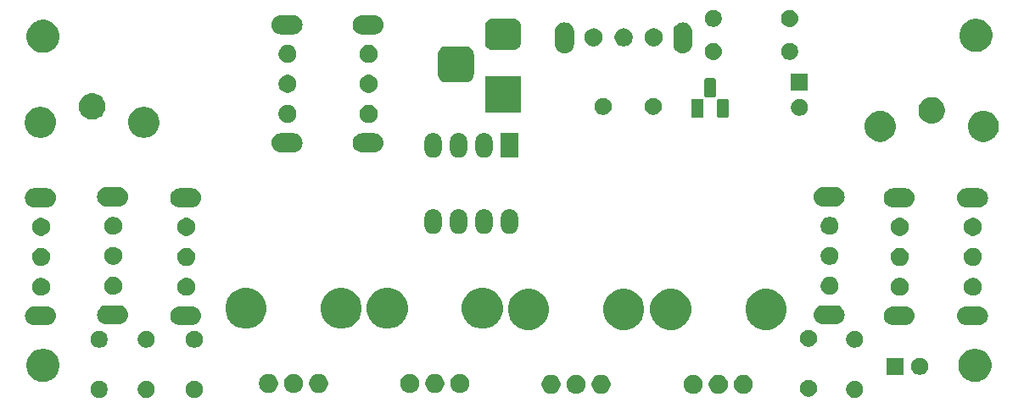
<source format=gbr>
G04 #@! TF.GenerationSoftware,KiCad,Pcbnew,(5.1.4-0-10_14)*
G04 #@! TF.CreationDate,2021-06-29T11:43:56+12:00*
G04 #@! TF.ProjectId,rupter,72757074-6572-42e6-9b69-6361645f7063,rev?*
G04 #@! TF.SameCoordinates,Original*
G04 #@! TF.FileFunction,Soldermask,Bot*
G04 #@! TF.FilePolarity,Negative*
%FSLAX46Y46*%
G04 Gerber Fmt 4.6, Leading zero omitted, Abs format (unit mm)*
G04 Created by KiCad (PCBNEW (5.1.4-0-10_14)) date 2021-06-29 11:43:56*
%MOMM*%
%LPD*%
G04 APERTURE LIST*
%ADD10C,0.100000*%
G04 APERTURE END LIST*
D10*
G36*
X184748228Y-88081703D02*
G01*
X184903100Y-88145853D01*
X185042481Y-88238985D01*
X185161015Y-88357519D01*
X185254147Y-88496900D01*
X185318297Y-88651772D01*
X185351000Y-88816184D01*
X185351000Y-88983816D01*
X185318297Y-89148228D01*
X185254147Y-89303100D01*
X185161015Y-89442481D01*
X185042481Y-89561015D01*
X184903100Y-89654147D01*
X184748228Y-89718297D01*
X184583816Y-89751000D01*
X184416184Y-89751000D01*
X184251772Y-89718297D01*
X184096900Y-89654147D01*
X183957519Y-89561015D01*
X183838985Y-89442481D01*
X183745853Y-89303100D01*
X183681703Y-89148228D01*
X183649000Y-88983816D01*
X183649000Y-88816184D01*
X183681703Y-88651772D01*
X183745853Y-88496900D01*
X183838985Y-88357519D01*
X183957519Y-88238985D01*
X184096900Y-88145853D01*
X184251772Y-88081703D01*
X184416184Y-88049000D01*
X184583816Y-88049000D01*
X184748228Y-88081703D01*
X184748228Y-88081703D01*
G37*
G36*
X118848228Y-88081703D02*
G01*
X119003100Y-88145853D01*
X119142481Y-88238985D01*
X119261015Y-88357519D01*
X119354147Y-88496900D01*
X119418297Y-88651772D01*
X119451000Y-88816184D01*
X119451000Y-88983816D01*
X119418297Y-89148228D01*
X119354147Y-89303100D01*
X119261015Y-89442481D01*
X119142481Y-89561015D01*
X119003100Y-89654147D01*
X118848228Y-89718297D01*
X118683816Y-89751000D01*
X118516184Y-89751000D01*
X118351772Y-89718297D01*
X118196900Y-89654147D01*
X118057519Y-89561015D01*
X117938985Y-89442481D01*
X117845853Y-89303100D01*
X117781703Y-89148228D01*
X117749000Y-88983816D01*
X117749000Y-88816184D01*
X117781703Y-88651772D01*
X117845853Y-88496900D01*
X117938985Y-88357519D01*
X118057519Y-88238985D01*
X118196900Y-88145853D01*
X118351772Y-88081703D01*
X118516184Y-88049000D01*
X118683816Y-88049000D01*
X118848228Y-88081703D01*
X118848228Y-88081703D01*
G37*
G36*
X114048228Y-88081703D02*
G01*
X114203100Y-88145853D01*
X114342481Y-88238985D01*
X114461015Y-88357519D01*
X114554147Y-88496900D01*
X114618297Y-88651772D01*
X114651000Y-88816184D01*
X114651000Y-88983816D01*
X114618297Y-89148228D01*
X114554147Y-89303100D01*
X114461015Y-89442481D01*
X114342481Y-89561015D01*
X114203100Y-89654147D01*
X114048228Y-89718297D01*
X113883816Y-89751000D01*
X113716184Y-89751000D01*
X113551772Y-89718297D01*
X113396900Y-89654147D01*
X113257519Y-89561015D01*
X113138985Y-89442481D01*
X113045853Y-89303100D01*
X112981703Y-89148228D01*
X112949000Y-88983816D01*
X112949000Y-88816184D01*
X112981703Y-88651772D01*
X113045853Y-88496900D01*
X113138985Y-88357519D01*
X113257519Y-88238985D01*
X113396900Y-88145853D01*
X113551772Y-88081703D01*
X113716184Y-88049000D01*
X113883816Y-88049000D01*
X114048228Y-88081703D01*
X114048228Y-88081703D01*
G37*
G36*
X109348228Y-88081703D02*
G01*
X109503100Y-88145853D01*
X109642481Y-88238985D01*
X109761015Y-88357519D01*
X109854147Y-88496900D01*
X109918297Y-88651772D01*
X109951000Y-88816184D01*
X109951000Y-88983816D01*
X109918297Y-89148228D01*
X109854147Y-89303100D01*
X109761015Y-89442481D01*
X109642481Y-89561015D01*
X109503100Y-89654147D01*
X109348228Y-89718297D01*
X109183816Y-89751000D01*
X109016184Y-89751000D01*
X108851772Y-89718297D01*
X108696900Y-89654147D01*
X108557519Y-89561015D01*
X108438985Y-89442481D01*
X108345853Y-89303100D01*
X108281703Y-89148228D01*
X108249000Y-88983816D01*
X108249000Y-88816184D01*
X108281703Y-88651772D01*
X108345853Y-88496900D01*
X108438985Y-88357519D01*
X108557519Y-88238985D01*
X108696900Y-88145853D01*
X108851772Y-88081703D01*
X109016184Y-88049000D01*
X109183816Y-88049000D01*
X109348228Y-88081703D01*
X109348228Y-88081703D01*
G37*
G36*
X180148228Y-87981703D02*
G01*
X180303100Y-88045853D01*
X180442481Y-88138985D01*
X180561015Y-88257519D01*
X180654147Y-88396900D01*
X180718297Y-88551772D01*
X180751000Y-88716184D01*
X180751000Y-88883816D01*
X180718297Y-89048228D01*
X180654147Y-89203100D01*
X180561015Y-89342481D01*
X180442481Y-89461015D01*
X180303100Y-89554147D01*
X180148228Y-89618297D01*
X179983816Y-89651000D01*
X179816184Y-89651000D01*
X179651772Y-89618297D01*
X179496900Y-89554147D01*
X179357519Y-89461015D01*
X179238985Y-89342481D01*
X179145853Y-89203100D01*
X179081703Y-89048228D01*
X179049000Y-88883816D01*
X179049000Y-88716184D01*
X179081703Y-88551772D01*
X179145853Y-88396900D01*
X179238985Y-88257519D01*
X179357519Y-88138985D01*
X179496900Y-88045853D01*
X179651772Y-87981703D01*
X179816184Y-87949000D01*
X179983816Y-87949000D01*
X180148228Y-87981703D01*
X180148228Y-87981703D01*
G37*
G36*
X159477395Y-87485546D02*
G01*
X159650466Y-87557234D01*
X159656566Y-87561310D01*
X159806227Y-87661310D01*
X159938690Y-87793773D01*
X159938691Y-87793775D01*
X160042766Y-87949534D01*
X160114454Y-88122605D01*
X160151000Y-88306333D01*
X160151000Y-88493667D01*
X160114454Y-88677395D01*
X160042766Y-88850466D01*
X160042765Y-88850467D01*
X159938690Y-89006227D01*
X159806227Y-89138690D01*
X159727818Y-89191081D01*
X159650466Y-89242766D01*
X159477395Y-89314454D01*
X159293667Y-89351000D01*
X159106333Y-89351000D01*
X158922605Y-89314454D01*
X158749534Y-89242766D01*
X158672182Y-89191081D01*
X158593773Y-89138690D01*
X158461310Y-89006227D01*
X158357235Y-88850467D01*
X158357234Y-88850466D01*
X158285546Y-88677395D01*
X158249000Y-88493667D01*
X158249000Y-88306333D01*
X158285546Y-88122605D01*
X158357234Y-87949534D01*
X158461309Y-87793775D01*
X158461310Y-87793773D01*
X158593773Y-87661310D01*
X158743434Y-87561310D01*
X158749534Y-87557234D01*
X158922605Y-87485546D01*
X159106333Y-87449000D01*
X159293667Y-87449000D01*
X159477395Y-87485546D01*
X159477395Y-87485546D01*
G37*
G36*
X156977395Y-87485546D02*
G01*
X157150466Y-87557234D01*
X157156566Y-87561310D01*
X157306227Y-87661310D01*
X157438690Y-87793773D01*
X157438691Y-87793775D01*
X157542766Y-87949534D01*
X157614454Y-88122605D01*
X157651000Y-88306333D01*
X157651000Y-88493667D01*
X157614454Y-88677395D01*
X157542766Y-88850466D01*
X157542765Y-88850467D01*
X157438690Y-89006227D01*
X157306227Y-89138690D01*
X157227818Y-89191081D01*
X157150466Y-89242766D01*
X156977395Y-89314454D01*
X156793667Y-89351000D01*
X156606333Y-89351000D01*
X156422605Y-89314454D01*
X156249534Y-89242766D01*
X156172182Y-89191081D01*
X156093773Y-89138690D01*
X155961310Y-89006227D01*
X155857235Y-88850467D01*
X155857234Y-88850466D01*
X155785546Y-88677395D01*
X155749000Y-88493667D01*
X155749000Y-88306333D01*
X155785546Y-88122605D01*
X155857234Y-87949534D01*
X155961309Y-87793775D01*
X155961310Y-87793773D01*
X156093773Y-87661310D01*
X156243434Y-87561310D01*
X156249534Y-87557234D01*
X156422605Y-87485546D01*
X156606333Y-87449000D01*
X156793667Y-87449000D01*
X156977395Y-87485546D01*
X156977395Y-87485546D01*
G37*
G36*
X154477395Y-87485546D02*
G01*
X154650466Y-87557234D01*
X154656566Y-87561310D01*
X154806227Y-87661310D01*
X154938690Y-87793773D01*
X154938691Y-87793775D01*
X155042766Y-87949534D01*
X155114454Y-88122605D01*
X155151000Y-88306333D01*
X155151000Y-88493667D01*
X155114454Y-88677395D01*
X155042766Y-88850466D01*
X155042765Y-88850467D01*
X154938690Y-89006227D01*
X154806227Y-89138690D01*
X154727818Y-89191081D01*
X154650466Y-89242766D01*
X154477395Y-89314454D01*
X154293667Y-89351000D01*
X154106333Y-89351000D01*
X153922605Y-89314454D01*
X153749534Y-89242766D01*
X153672182Y-89191081D01*
X153593773Y-89138690D01*
X153461310Y-89006227D01*
X153357235Y-88850467D01*
X153357234Y-88850466D01*
X153285546Y-88677395D01*
X153249000Y-88493667D01*
X153249000Y-88306333D01*
X153285546Y-88122605D01*
X153357234Y-87949534D01*
X153461309Y-87793775D01*
X153461310Y-87793773D01*
X153593773Y-87661310D01*
X153743434Y-87561310D01*
X153749534Y-87557234D01*
X153922605Y-87485546D01*
X154106333Y-87449000D01*
X154293667Y-87449000D01*
X154477395Y-87485546D01*
X154477395Y-87485546D01*
G37*
G36*
X168677395Y-87485546D02*
G01*
X168850466Y-87557234D01*
X168856566Y-87561310D01*
X169006227Y-87661310D01*
X169138690Y-87793773D01*
X169138691Y-87793775D01*
X169242766Y-87949534D01*
X169314454Y-88122605D01*
X169351000Y-88306333D01*
X169351000Y-88493667D01*
X169314454Y-88677395D01*
X169242766Y-88850466D01*
X169242765Y-88850467D01*
X169138690Y-89006227D01*
X169006227Y-89138690D01*
X168927818Y-89191081D01*
X168850466Y-89242766D01*
X168677395Y-89314454D01*
X168493667Y-89351000D01*
X168306333Y-89351000D01*
X168122605Y-89314454D01*
X167949534Y-89242766D01*
X167872182Y-89191081D01*
X167793773Y-89138690D01*
X167661310Y-89006227D01*
X167557235Y-88850467D01*
X167557234Y-88850466D01*
X167485546Y-88677395D01*
X167449000Y-88493667D01*
X167449000Y-88306333D01*
X167485546Y-88122605D01*
X167557234Y-87949534D01*
X167661309Y-87793775D01*
X167661310Y-87793773D01*
X167793773Y-87661310D01*
X167943434Y-87561310D01*
X167949534Y-87557234D01*
X168122605Y-87485546D01*
X168306333Y-87449000D01*
X168493667Y-87449000D01*
X168677395Y-87485546D01*
X168677395Y-87485546D01*
G37*
G36*
X173677395Y-87485546D02*
G01*
X173850466Y-87557234D01*
X173856566Y-87561310D01*
X174006227Y-87661310D01*
X174138690Y-87793773D01*
X174138691Y-87793775D01*
X174242766Y-87949534D01*
X174314454Y-88122605D01*
X174351000Y-88306333D01*
X174351000Y-88493667D01*
X174314454Y-88677395D01*
X174242766Y-88850466D01*
X174242765Y-88850467D01*
X174138690Y-89006227D01*
X174006227Y-89138690D01*
X173927818Y-89191081D01*
X173850466Y-89242766D01*
X173677395Y-89314454D01*
X173493667Y-89351000D01*
X173306333Y-89351000D01*
X173122605Y-89314454D01*
X172949534Y-89242766D01*
X172872182Y-89191081D01*
X172793773Y-89138690D01*
X172661310Y-89006227D01*
X172557235Y-88850467D01*
X172557234Y-88850466D01*
X172485546Y-88677395D01*
X172449000Y-88493667D01*
X172449000Y-88306333D01*
X172485546Y-88122605D01*
X172557234Y-87949534D01*
X172661309Y-87793775D01*
X172661310Y-87793773D01*
X172793773Y-87661310D01*
X172943434Y-87561310D01*
X172949534Y-87557234D01*
X173122605Y-87485546D01*
X173306333Y-87449000D01*
X173493667Y-87449000D01*
X173677395Y-87485546D01*
X173677395Y-87485546D01*
G37*
G36*
X171177395Y-87485546D02*
G01*
X171350466Y-87557234D01*
X171356566Y-87561310D01*
X171506227Y-87661310D01*
X171638690Y-87793773D01*
X171638691Y-87793775D01*
X171742766Y-87949534D01*
X171814454Y-88122605D01*
X171851000Y-88306333D01*
X171851000Y-88493667D01*
X171814454Y-88677395D01*
X171742766Y-88850466D01*
X171742765Y-88850467D01*
X171638690Y-89006227D01*
X171506227Y-89138690D01*
X171427818Y-89191081D01*
X171350466Y-89242766D01*
X171177395Y-89314454D01*
X170993667Y-89351000D01*
X170806333Y-89351000D01*
X170622605Y-89314454D01*
X170449534Y-89242766D01*
X170372182Y-89191081D01*
X170293773Y-89138690D01*
X170161310Y-89006227D01*
X170057235Y-88850467D01*
X170057234Y-88850466D01*
X169985546Y-88677395D01*
X169949000Y-88493667D01*
X169949000Y-88306333D01*
X169985546Y-88122605D01*
X170057234Y-87949534D01*
X170161309Y-87793775D01*
X170161310Y-87793773D01*
X170293773Y-87661310D01*
X170443434Y-87561310D01*
X170449534Y-87557234D01*
X170622605Y-87485546D01*
X170806333Y-87449000D01*
X170993667Y-87449000D01*
X171177395Y-87485546D01*
X171177395Y-87485546D01*
G37*
G36*
X145377395Y-87385546D02*
G01*
X145550466Y-87457234D01*
X145550467Y-87457235D01*
X145706227Y-87561310D01*
X145838690Y-87693773D01*
X145838691Y-87693775D01*
X145942766Y-87849534D01*
X146014454Y-88022605D01*
X146051000Y-88206333D01*
X146051000Y-88393667D01*
X146014454Y-88577395D01*
X145942766Y-88750466D01*
X145942765Y-88750467D01*
X145838690Y-88906227D01*
X145706227Y-89038690D01*
X145627818Y-89091081D01*
X145550466Y-89142766D01*
X145377395Y-89214454D01*
X145193667Y-89251000D01*
X145006333Y-89251000D01*
X144822605Y-89214454D01*
X144649534Y-89142766D01*
X144572182Y-89091081D01*
X144493773Y-89038690D01*
X144361310Y-88906227D01*
X144257235Y-88750467D01*
X144257234Y-88750466D01*
X144185546Y-88577395D01*
X144149000Y-88393667D01*
X144149000Y-88206333D01*
X144185546Y-88022605D01*
X144257234Y-87849534D01*
X144361309Y-87693775D01*
X144361310Y-87693773D01*
X144493773Y-87561310D01*
X144649533Y-87457235D01*
X144649534Y-87457234D01*
X144822605Y-87385546D01*
X145006333Y-87349000D01*
X145193667Y-87349000D01*
X145377395Y-87385546D01*
X145377395Y-87385546D01*
G37*
G36*
X142877395Y-87385546D02*
G01*
X143050466Y-87457234D01*
X143050467Y-87457235D01*
X143206227Y-87561310D01*
X143338690Y-87693773D01*
X143338691Y-87693775D01*
X143442766Y-87849534D01*
X143514454Y-88022605D01*
X143551000Y-88206333D01*
X143551000Y-88393667D01*
X143514454Y-88577395D01*
X143442766Y-88750466D01*
X143442765Y-88750467D01*
X143338690Y-88906227D01*
X143206227Y-89038690D01*
X143127818Y-89091081D01*
X143050466Y-89142766D01*
X142877395Y-89214454D01*
X142693667Y-89251000D01*
X142506333Y-89251000D01*
X142322605Y-89214454D01*
X142149534Y-89142766D01*
X142072182Y-89091081D01*
X141993773Y-89038690D01*
X141861310Y-88906227D01*
X141757235Y-88750467D01*
X141757234Y-88750466D01*
X141685546Y-88577395D01*
X141649000Y-88393667D01*
X141649000Y-88206333D01*
X141685546Y-88022605D01*
X141757234Y-87849534D01*
X141861309Y-87693775D01*
X141861310Y-87693773D01*
X141993773Y-87561310D01*
X142149533Y-87457235D01*
X142149534Y-87457234D01*
X142322605Y-87385546D01*
X142506333Y-87349000D01*
X142693667Y-87349000D01*
X142877395Y-87385546D01*
X142877395Y-87385546D01*
G37*
G36*
X140377395Y-87385546D02*
G01*
X140550466Y-87457234D01*
X140550467Y-87457235D01*
X140706227Y-87561310D01*
X140838690Y-87693773D01*
X140838691Y-87693775D01*
X140942766Y-87849534D01*
X141014454Y-88022605D01*
X141051000Y-88206333D01*
X141051000Y-88393667D01*
X141014454Y-88577395D01*
X140942766Y-88750466D01*
X140942765Y-88750467D01*
X140838690Y-88906227D01*
X140706227Y-89038690D01*
X140627818Y-89091081D01*
X140550466Y-89142766D01*
X140377395Y-89214454D01*
X140193667Y-89251000D01*
X140006333Y-89251000D01*
X139822605Y-89214454D01*
X139649534Y-89142766D01*
X139572182Y-89091081D01*
X139493773Y-89038690D01*
X139361310Y-88906227D01*
X139257235Y-88750467D01*
X139257234Y-88750466D01*
X139185546Y-88577395D01*
X139149000Y-88393667D01*
X139149000Y-88206333D01*
X139185546Y-88022605D01*
X139257234Y-87849534D01*
X139361309Y-87693775D01*
X139361310Y-87693773D01*
X139493773Y-87561310D01*
X139649533Y-87457235D01*
X139649534Y-87457234D01*
X139822605Y-87385546D01*
X140006333Y-87349000D01*
X140193667Y-87349000D01*
X140377395Y-87385546D01*
X140377395Y-87385546D01*
G37*
G36*
X131277395Y-87385546D02*
G01*
X131450466Y-87457234D01*
X131450467Y-87457235D01*
X131606227Y-87561310D01*
X131738690Y-87693773D01*
X131738691Y-87693775D01*
X131842766Y-87849534D01*
X131914454Y-88022605D01*
X131951000Y-88206333D01*
X131951000Y-88393667D01*
X131914454Y-88577395D01*
X131842766Y-88750466D01*
X131842765Y-88750467D01*
X131738690Y-88906227D01*
X131606227Y-89038690D01*
X131527818Y-89091081D01*
X131450466Y-89142766D01*
X131277395Y-89214454D01*
X131093667Y-89251000D01*
X130906333Y-89251000D01*
X130722605Y-89214454D01*
X130549534Y-89142766D01*
X130472182Y-89091081D01*
X130393773Y-89038690D01*
X130261310Y-88906227D01*
X130157235Y-88750467D01*
X130157234Y-88750466D01*
X130085546Y-88577395D01*
X130049000Y-88393667D01*
X130049000Y-88206333D01*
X130085546Y-88022605D01*
X130157234Y-87849534D01*
X130261309Y-87693775D01*
X130261310Y-87693773D01*
X130393773Y-87561310D01*
X130549533Y-87457235D01*
X130549534Y-87457234D01*
X130722605Y-87385546D01*
X130906333Y-87349000D01*
X131093667Y-87349000D01*
X131277395Y-87385546D01*
X131277395Y-87385546D01*
G37*
G36*
X128777395Y-87385546D02*
G01*
X128950466Y-87457234D01*
X128950467Y-87457235D01*
X129106227Y-87561310D01*
X129238690Y-87693773D01*
X129238691Y-87693775D01*
X129342766Y-87849534D01*
X129414454Y-88022605D01*
X129451000Y-88206333D01*
X129451000Y-88393667D01*
X129414454Y-88577395D01*
X129342766Y-88750466D01*
X129342765Y-88750467D01*
X129238690Y-88906227D01*
X129106227Y-89038690D01*
X129027818Y-89091081D01*
X128950466Y-89142766D01*
X128777395Y-89214454D01*
X128593667Y-89251000D01*
X128406333Y-89251000D01*
X128222605Y-89214454D01*
X128049534Y-89142766D01*
X127972182Y-89091081D01*
X127893773Y-89038690D01*
X127761310Y-88906227D01*
X127657235Y-88750467D01*
X127657234Y-88750466D01*
X127585546Y-88577395D01*
X127549000Y-88393667D01*
X127549000Y-88206333D01*
X127585546Y-88022605D01*
X127657234Y-87849534D01*
X127761309Y-87693775D01*
X127761310Y-87693773D01*
X127893773Y-87561310D01*
X128049533Y-87457235D01*
X128049534Y-87457234D01*
X128222605Y-87385546D01*
X128406333Y-87349000D01*
X128593667Y-87349000D01*
X128777395Y-87385546D01*
X128777395Y-87385546D01*
G37*
G36*
X126277395Y-87385546D02*
G01*
X126450466Y-87457234D01*
X126450467Y-87457235D01*
X126606227Y-87561310D01*
X126738690Y-87693773D01*
X126738691Y-87693775D01*
X126842766Y-87849534D01*
X126914454Y-88022605D01*
X126951000Y-88206333D01*
X126951000Y-88393667D01*
X126914454Y-88577395D01*
X126842766Y-88750466D01*
X126842765Y-88750467D01*
X126738690Y-88906227D01*
X126606227Y-89038690D01*
X126527818Y-89091081D01*
X126450466Y-89142766D01*
X126277395Y-89214454D01*
X126093667Y-89251000D01*
X125906333Y-89251000D01*
X125722605Y-89214454D01*
X125549534Y-89142766D01*
X125472182Y-89091081D01*
X125393773Y-89038690D01*
X125261310Y-88906227D01*
X125157235Y-88750467D01*
X125157234Y-88750466D01*
X125085546Y-88577395D01*
X125049000Y-88393667D01*
X125049000Y-88206333D01*
X125085546Y-88022605D01*
X125157234Y-87849534D01*
X125261309Y-87693775D01*
X125261310Y-87693773D01*
X125393773Y-87561310D01*
X125549533Y-87457235D01*
X125549534Y-87457234D01*
X125722605Y-87385546D01*
X125906333Y-87349000D01*
X126093667Y-87349000D01*
X126277395Y-87385546D01*
X126277395Y-87385546D01*
G37*
G36*
X196875256Y-84891298D02*
G01*
X196981579Y-84912447D01*
X197282042Y-85036903D01*
X197552451Y-85217585D01*
X197782415Y-85447549D01*
X197963097Y-85717958D01*
X198087553Y-86018421D01*
X198151000Y-86337391D01*
X198151000Y-86662609D01*
X198087553Y-86981579D01*
X197963097Y-87282042D01*
X197782415Y-87552451D01*
X197552451Y-87782415D01*
X197282042Y-87963097D01*
X197282041Y-87963098D01*
X197282040Y-87963098D01*
X197194037Y-87999550D01*
X196981579Y-88087553D01*
X196875256Y-88108702D01*
X196662611Y-88151000D01*
X196337389Y-88151000D01*
X196124744Y-88108702D01*
X196018421Y-88087553D01*
X195805963Y-87999550D01*
X195717960Y-87963098D01*
X195717959Y-87963098D01*
X195717958Y-87963097D01*
X195447549Y-87782415D01*
X195217585Y-87552451D01*
X195036903Y-87282042D01*
X194912447Y-86981579D01*
X194849000Y-86662609D01*
X194849000Y-86337391D01*
X194912447Y-86018421D01*
X195036903Y-85717958D01*
X195217585Y-85447549D01*
X195447549Y-85217585D01*
X195717958Y-85036903D01*
X196018421Y-84912447D01*
X196124744Y-84891298D01*
X196337389Y-84849000D01*
X196662611Y-84849000D01*
X196875256Y-84891298D01*
X196875256Y-84891298D01*
G37*
G36*
X103875256Y-84891298D02*
G01*
X103981579Y-84912447D01*
X104282042Y-85036903D01*
X104552451Y-85217585D01*
X104782415Y-85447549D01*
X104963097Y-85717958D01*
X105087553Y-86018421D01*
X105151000Y-86337391D01*
X105151000Y-86662609D01*
X105087553Y-86981579D01*
X104963097Y-87282042D01*
X104782415Y-87552451D01*
X104552451Y-87782415D01*
X104282042Y-87963097D01*
X104282041Y-87963098D01*
X104282040Y-87963098D01*
X104194037Y-87999550D01*
X103981579Y-88087553D01*
X103875256Y-88108702D01*
X103662611Y-88151000D01*
X103337389Y-88151000D01*
X103124744Y-88108702D01*
X103018421Y-88087553D01*
X102805963Y-87999550D01*
X102717960Y-87963098D01*
X102717959Y-87963098D01*
X102717958Y-87963097D01*
X102447549Y-87782415D01*
X102217585Y-87552451D01*
X102036903Y-87282042D01*
X101912447Y-86981579D01*
X101849000Y-86662609D01*
X101849000Y-86337391D01*
X101912447Y-86018421D01*
X102036903Y-85717958D01*
X102217585Y-85447549D01*
X102447549Y-85217585D01*
X102717958Y-85036903D01*
X103018421Y-84912447D01*
X103124744Y-84891298D01*
X103337389Y-84849000D01*
X103662611Y-84849000D01*
X103875256Y-84891298D01*
X103875256Y-84891298D01*
G37*
G36*
X189351000Y-87451000D02*
G01*
X187649000Y-87451000D01*
X187649000Y-85749000D01*
X189351000Y-85749000D01*
X189351000Y-87451000D01*
X189351000Y-87451000D01*
G37*
G36*
X191248228Y-85781703D02*
G01*
X191403100Y-85845853D01*
X191542481Y-85938985D01*
X191661015Y-86057519D01*
X191754147Y-86196900D01*
X191818297Y-86351772D01*
X191851000Y-86516184D01*
X191851000Y-86683816D01*
X191818297Y-86848228D01*
X191754147Y-87003100D01*
X191661015Y-87142481D01*
X191542481Y-87261015D01*
X191403100Y-87354147D01*
X191248228Y-87418297D01*
X191083816Y-87451000D01*
X190916184Y-87451000D01*
X190751772Y-87418297D01*
X190596900Y-87354147D01*
X190457519Y-87261015D01*
X190338985Y-87142481D01*
X190245853Y-87003100D01*
X190181703Y-86848228D01*
X190149000Y-86683816D01*
X190149000Y-86516184D01*
X190181703Y-86351772D01*
X190245853Y-86196900D01*
X190338985Y-86057519D01*
X190457519Y-85938985D01*
X190596900Y-85845853D01*
X190751772Y-85781703D01*
X190916184Y-85749000D01*
X191083816Y-85749000D01*
X191248228Y-85781703D01*
X191248228Y-85781703D01*
G37*
G36*
X118848228Y-83081703D02*
G01*
X119003100Y-83145853D01*
X119142481Y-83238985D01*
X119261015Y-83357519D01*
X119354147Y-83496900D01*
X119418297Y-83651772D01*
X119451000Y-83816184D01*
X119451000Y-83983816D01*
X119418297Y-84148228D01*
X119354147Y-84303100D01*
X119261015Y-84442481D01*
X119142481Y-84561015D01*
X119003100Y-84654147D01*
X118848228Y-84718297D01*
X118683816Y-84751000D01*
X118516184Y-84751000D01*
X118351772Y-84718297D01*
X118196900Y-84654147D01*
X118057519Y-84561015D01*
X117938985Y-84442481D01*
X117845853Y-84303100D01*
X117781703Y-84148228D01*
X117749000Y-83983816D01*
X117749000Y-83816184D01*
X117781703Y-83651772D01*
X117845853Y-83496900D01*
X117938985Y-83357519D01*
X118057519Y-83238985D01*
X118196900Y-83145853D01*
X118351772Y-83081703D01*
X118516184Y-83049000D01*
X118683816Y-83049000D01*
X118848228Y-83081703D01*
X118848228Y-83081703D01*
G37*
G36*
X184748228Y-83081703D02*
G01*
X184903100Y-83145853D01*
X185042481Y-83238985D01*
X185161015Y-83357519D01*
X185254147Y-83496900D01*
X185318297Y-83651772D01*
X185351000Y-83816184D01*
X185351000Y-83983816D01*
X185318297Y-84148228D01*
X185254147Y-84303100D01*
X185161015Y-84442481D01*
X185042481Y-84561015D01*
X184903100Y-84654147D01*
X184748228Y-84718297D01*
X184583816Y-84751000D01*
X184416184Y-84751000D01*
X184251772Y-84718297D01*
X184096900Y-84654147D01*
X183957519Y-84561015D01*
X183838985Y-84442481D01*
X183745853Y-84303100D01*
X183681703Y-84148228D01*
X183649000Y-83983816D01*
X183649000Y-83816184D01*
X183681703Y-83651772D01*
X183745853Y-83496900D01*
X183838985Y-83357519D01*
X183957519Y-83238985D01*
X184096900Y-83145853D01*
X184251772Y-83081703D01*
X184416184Y-83049000D01*
X184583816Y-83049000D01*
X184748228Y-83081703D01*
X184748228Y-83081703D01*
G37*
G36*
X114048228Y-83081703D02*
G01*
X114203100Y-83145853D01*
X114342481Y-83238985D01*
X114461015Y-83357519D01*
X114554147Y-83496900D01*
X114618297Y-83651772D01*
X114651000Y-83816184D01*
X114651000Y-83983816D01*
X114618297Y-84148228D01*
X114554147Y-84303100D01*
X114461015Y-84442481D01*
X114342481Y-84561015D01*
X114203100Y-84654147D01*
X114048228Y-84718297D01*
X113883816Y-84751000D01*
X113716184Y-84751000D01*
X113551772Y-84718297D01*
X113396900Y-84654147D01*
X113257519Y-84561015D01*
X113138985Y-84442481D01*
X113045853Y-84303100D01*
X112981703Y-84148228D01*
X112949000Y-83983816D01*
X112949000Y-83816184D01*
X112981703Y-83651772D01*
X113045853Y-83496900D01*
X113138985Y-83357519D01*
X113257519Y-83238985D01*
X113396900Y-83145853D01*
X113551772Y-83081703D01*
X113716184Y-83049000D01*
X113883816Y-83049000D01*
X114048228Y-83081703D01*
X114048228Y-83081703D01*
G37*
G36*
X109348228Y-83081703D02*
G01*
X109503100Y-83145853D01*
X109642481Y-83238985D01*
X109761015Y-83357519D01*
X109854147Y-83496900D01*
X109918297Y-83651772D01*
X109951000Y-83816184D01*
X109951000Y-83983816D01*
X109918297Y-84148228D01*
X109854147Y-84303100D01*
X109761015Y-84442481D01*
X109642481Y-84561015D01*
X109503100Y-84654147D01*
X109348228Y-84718297D01*
X109183816Y-84751000D01*
X109016184Y-84751000D01*
X108851772Y-84718297D01*
X108696900Y-84654147D01*
X108557519Y-84561015D01*
X108438985Y-84442481D01*
X108345853Y-84303100D01*
X108281703Y-84148228D01*
X108249000Y-83983816D01*
X108249000Y-83816184D01*
X108281703Y-83651772D01*
X108345853Y-83496900D01*
X108438985Y-83357519D01*
X108557519Y-83238985D01*
X108696900Y-83145853D01*
X108851772Y-83081703D01*
X109016184Y-83049000D01*
X109183816Y-83049000D01*
X109348228Y-83081703D01*
X109348228Y-83081703D01*
G37*
G36*
X180148228Y-82981703D02*
G01*
X180303100Y-83045853D01*
X180442481Y-83138985D01*
X180561015Y-83257519D01*
X180654147Y-83396900D01*
X180718297Y-83551772D01*
X180751000Y-83716184D01*
X180751000Y-83883816D01*
X180718297Y-84048228D01*
X180654147Y-84203100D01*
X180561015Y-84342481D01*
X180442481Y-84461015D01*
X180303100Y-84554147D01*
X180148228Y-84618297D01*
X179983816Y-84651000D01*
X179816184Y-84651000D01*
X179651772Y-84618297D01*
X179496900Y-84554147D01*
X179357519Y-84461015D01*
X179238985Y-84342481D01*
X179145853Y-84203100D01*
X179081703Y-84048228D01*
X179049000Y-83883816D01*
X179049000Y-83716184D01*
X179081703Y-83551772D01*
X179145853Y-83396900D01*
X179238985Y-83257519D01*
X179357519Y-83138985D01*
X179496900Y-83045853D01*
X179651772Y-82981703D01*
X179816184Y-82949000D01*
X179983816Y-82949000D01*
X180148228Y-82981703D01*
X180148228Y-82981703D01*
G37*
G36*
X166748254Y-78927818D02*
G01*
X167107885Y-79076782D01*
X167121513Y-79082427D01*
X167333920Y-79224353D01*
X167457436Y-79306884D01*
X167743116Y-79592564D01*
X167967574Y-79928489D01*
X168122182Y-80301746D01*
X168201000Y-80697993D01*
X168201000Y-81102007D01*
X168122182Y-81498254D01*
X167990693Y-81815697D01*
X167967573Y-81871513D01*
X167743116Y-82207436D01*
X167457436Y-82493116D01*
X167121513Y-82717573D01*
X167121512Y-82717574D01*
X167121511Y-82717574D01*
X166748254Y-82872182D01*
X166352007Y-82951000D01*
X165947993Y-82951000D01*
X165551746Y-82872182D01*
X165178489Y-82717574D01*
X165178488Y-82717574D01*
X165178487Y-82717573D01*
X164842564Y-82493116D01*
X164556884Y-82207436D01*
X164332427Y-81871513D01*
X164309307Y-81815697D01*
X164177818Y-81498254D01*
X164099000Y-81102007D01*
X164099000Y-80697993D01*
X164177818Y-80301746D01*
X164332426Y-79928489D01*
X164556884Y-79592564D01*
X164842564Y-79306884D01*
X164966080Y-79224353D01*
X165178487Y-79082427D01*
X165192115Y-79076782D01*
X165551746Y-78927818D01*
X165947993Y-78849000D01*
X166352007Y-78849000D01*
X166748254Y-78927818D01*
X166748254Y-78927818D01*
G37*
G36*
X152548254Y-78927818D02*
G01*
X152907885Y-79076782D01*
X152921513Y-79082427D01*
X153133920Y-79224353D01*
X153257436Y-79306884D01*
X153543116Y-79592564D01*
X153767574Y-79928489D01*
X153922182Y-80301746D01*
X154001000Y-80697993D01*
X154001000Y-81102007D01*
X153922182Y-81498254D01*
X153790693Y-81815697D01*
X153767573Y-81871513D01*
X153543116Y-82207436D01*
X153257436Y-82493116D01*
X152921513Y-82717573D01*
X152921512Y-82717574D01*
X152921511Y-82717574D01*
X152548254Y-82872182D01*
X152152007Y-82951000D01*
X151747993Y-82951000D01*
X151351746Y-82872182D01*
X150978489Y-82717574D01*
X150978488Y-82717574D01*
X150978487Y-82717573D01*
X150642564Y-82493116D01*
X150356884Y-82207436D01*
X150132427Y-81871513D01*
X150109307Y-81815697D01*
X149977818Y-81498254D01*
X149899000Y-81102007D01*
X149899000Y-80697993D01*
X149977818Y-80301746D01*
X150132426Y-79928489D01*
X150356884Y-79592564D01*
X150642564Y-79306884D01*
X150766080Y-79224353D01*
X150978487Y-79082427D01*
X150992115Y-79076782D01*
X151351746Y-78927818D01*
X151747993Y-78849000D01*
X152152007Y-78849000D01*
X152548254Y-78927818D01*
X152548254Y-78927818D01*
G37*
G36*
X176248254Y-78927818D02*
G01*
X176607885Y-79076782D01*
X176621513Y-79082427D01*
X176833920Y-79224353D01*
X176957436Y-79306884D01*
X177243116Y-79592564D01*
X177467574Y-79928489D01*
X177622182Y-80301746D01*
X177701000Y-80697993D01*
X177701000Y-81102007D01*
X177622182Y-81498254D01*
X177490693Y-81815697D01*
X177467573Y-81871513D01*
X177243116Y-82207436D01*
X176957436Y-82493116D01*
X176621513Y-82717573D01*
X176621512Y-82717574D01*
X176621511Y-82717574D01*
X176248254Y-82872182D01*
X175852007Y-82951000D01*
X175447993Y-82951000D01*
X175051746Y-82872182D01*
X174678489Y-82717574D01*
X174678488Y-82717574D01*
X174678487Y-82717573D01*
X174342564Y-82493116D01*
X174056884Y-82207436D01*
X173832427Y-81871513D01*
X173809307Y-81815697D01*
X173677818Y-81498254D01*
X173599000Y-81102007D01*
X173599000Y-80697993D01*
X173677818Y-80301746D01*
X173832426Y-79928489D01*
X174056884Y-79592564D01*
X174342564Y-79306884D01*
X174466080Y-79224353D01*
X174678487Y-79082427D01*
X174692115Y-79076782D01*
X175051746Y-78927818D01*
X175447993Y-78849000D01*
X175852007Y-78849000D01*
X176248254Y-78927818D01*
X176248254Y-78927818D01*
G37*
G36*
X162048254Y-78927818D02*
G01*
X162407885Y-79076782D01*
X162421513Y-79082427D01*
X162633920Y-79224353D01*
X162757436Y-79306884D01*
X163043116Y-79592564D01*
X163267574Y-79928489D01*
X163422182Y-80301746D01*
X163501000Y-80697993D01*
X163501000Y-81102007D01*
X163422182Y-81498254D01*
X163290693Y-81815697D01*
X163267573Y-81871513D01*
X163043116Y-82207436D01*
X162757436Y-82493116D01*
X162421513Y-82717573D01*
X162421512Y-82717574D01*
X162421511Y-82717574D01*
X162048254Y-82872182D01*
X161652007Y-82951000D01*
X161247993Y-82951000D01*
X160851746Y-82872182D01*
X160478489Y-82717574D01*
X160478488Y-82717574D01*
X160478487Y-82717573D01*
X160142564Y-82493116D01*
X159856884Y-82207436D01*
X159632427Y-81871513D01*
X159609307Y-81815697D01*
X159477818Y-81498254D01*
X159399000Y-81102007D01*
X159399000Y-80697993D01*
X159477818Y-80301746D01*
X159632426Y-79928489D01*
X159856884Y-79592564D01*
X160142564Y-79306884D01*
X160266080Y-79224353D01*
X160478487Y-79082427D01*
X160492115Y-79076782D01*
X160851746Y-78927818D01*
X161247993Y-78849000D01*
X161652007Y-78849000D01*
X162048254Y-78927818D01*
X162048254Y-78927818D01*
G37*
G36*
X133848254Y-78827818D02*
G01*
X134207885Y-78976782D01*
X134221513Y-78982427D01*
X134362725Y-79076782D01*
X134557436Y-79206884D01*
X134843116Y-79492564D01*
X135067574Y-79828489D01*
X135222182Y-80201746D01*
X135301000Y-80597993D01*
X135301000Y-81002007D01*
X135222182Y-81398254D01*
X135082107Y-81736425D01*
X135067573Y-81771513D01*
X134843116Y-82107436D01*
X134557436Y-82393116D01*
X134221513Y-82617573D01*
X134221512Y-82617574D01*
X134221511Y-82617574D01*
X133848254Y-82772182D01*
X133452007Y-82851000D01*
X133047993Y-82851000D01*
X132651746Y-82772182D01*
X132278489Y-82617574D01*
X132278488Y-82617574D01*
X132278487Y-82617573D01*
X131942564Y-82393116D01*
X131656884Y-82107436D01*
X131432427Y-81771513D01*
X131417893Y-81736425D01*
X131277818Y-81398254D01*
X131199000Y-81002007D01*
X131199000Y-80597993D01*
X131277818Y-80201746D01*
X131432426Y-79828489D01*
X131656884Y-79492564D01*
X131942564Y-79206884D01*
X132137275Y-79076782D01*
X132278487Y-78982427D01*
X132292115Y-78976782D01*
X132651746Y-78827818D01*
X133047993Y-78749000D01*
X133452007Y-78749000D01*
X133848254Y-78827818D01*
X133848254Y-78827818D01*
G37*
G36*
X124348254Y-78827818D02*
G01*
X124707885Y-78976782D01*
X124721513Y-78982427D01*
X124862725Y-79076782D01*
X125057436Y-79206884D01*
X125343116Y-79492564D01*
X125567574Y-79828489D01*
X125722182Y-80201746D01*
X125801000Y-80597993D01*
X125801000Y-81002007D01*
X125722182Y-81398254D01*
X125582107Y-81736425D01*
X125567573Y-81771513D01*
X125343116Y-82107436D01*
X125057436Y-82393116D01*
X124721513Y-82617573D01*
X124721512Y-82617574D01*
X124721511Y-82617574D01*
X124348254Y-82772182D01*
X123952007Y-82851000D01*
X123547993Y-82851000D01*
X123151746Y-82772182D01*
X122778489Y-82617574D01*
X122778488Y-82617574D01*
X122778487Y-82617573D01*
X122442564Y-82393116D01*
X122156884Y-82107436D01*
X121932427Y-81771513D01*
X121917893Y-81736425D01*
X121777818Y-81398254D01*
X121699000Y-81002007D01*
X121699000Y-80597993D01*
X121777818Y-80201746D01*
X121932426Y-79828489D01*
X122156884Y-79492564D01*
X122442564Y-79206884D01*
X122637275Y-79076782D01*
X122778487Y-78982427D01*
X122792115Y-78976782D01*
X123151746Y-78827818D01*
X123547993Y-78749000D01*
X123952007Y-78749000D01*
X124348254Y-78827818D01*
X124348254Y-78827818D01*
G37*
G36*
X147948254Y-78827818D02*
G01*
X148307885Y-78976782D01*
X148321513Y-78982427D01*
X148462725Y-79076782D01*
X148657436Y-79206884D01*
X148943116Y-79492564D01*
X149167574Y-79828489D01*
X149322182Y-80201746D01*
X149401000Y-80597993D01*
X149401000Y-81002007D01*
X149322182Y-81398254D01*
X149182107Y-81736425D01*
X149167573Y-81771513D01*
X148943116Y-82107436D01*
X148657436Y-82393116D01*
X148321513Y-82617573D01*
X148321512Y-82617574D01*
X148321511Y-82617574D01*
X147948254Y-82772182D01*
X147552007Y-82851000D01*
X147147993Y-82851000D01*
X146751746Y-82772182D01*
X146378489Y-82617574D01*
X146378488Y-82617574D01*
X146378487Y-82617573D01*
X146042564Y-82393116D01*
X145756884Y-82107436D01*
X145532427Y-81771513D01*
X145517893Y-81736425D01*
X145377818Y-81398254D01*
X145299000Y-81002007D01*
X145299000Y-80597993D01*
X145377818Y-80201746D01*
X145532426Y-79828489D01*
X145756884Y-79492564D01*
X146042564Y-79206884D01*
X146237275Y-79076782D01*
X146378487Y-78982427D01*
X146392115Y-78976782D01*
X146751746Y-78827818D01*
X147147993Y-78749000D01*
X147552007Y-78749000D01*
X147948254Y-78827818D01*
X147948254Y-78827818D01*
G37*
G36*
X138448254Y-78827818D02*
G01*
X138807885Y-78976782D01*
X138821513Y-78982427D01*
X138962725Y-79076782D01*
X139157436Y-79206884D01*
X139443116Y-79492564D01*
X139667574Y-79828489D01*
X139822182Y-80201746D01*
X139901000Y-80597993D01*
X139901000Y-81002007D01*
X139822182Y-81398254D01*
X139682107Y-81736425D01*
X139667573Y-81771513D01*
X139443116Y-82107436D01*
X139157436Y-82393116D01*
X138821513Y-82617573D01*
X138821512Y-82617574D01*
X138821511Y-82617574D01*
X138448254Y-82772182D01*
X138052007Y-82851000D01*
X137647993Y-82851000D01*
X137251746Y-82772182D01*
X136878489Y-82617574D01*
X136878488Y-82617574D01*
X136878487Y-82617573D01*
X136542564Y-82393116D01*
X136256884Y-82107436D01*
X136032427Y-81771513D01*
X136017893Y-81736425D01*
X135877818Y-81398254D01*
X135799000Y-81002007D01*
X135799000Y-80597993D01*
X135877818Y-80201746D01*
X136032426Y-79828489D01*
X136256884Y-79492564D01*
X136542564Y-79206884D01*
X136737275Y-79076782D01*
X136878487Y-78982427D01*
X136892115Y-78976782D01*
X137251746Y-78827818D01*
X137647993Y-78749000D01*
X138052007Y-78749000D01*
X138448254Y-78827818D01*
X138448254Y-78827818D01*
G37*
G36*
X189736425Y-80612760D02*
G01*
X189736428Y-80612761D01*
X189736429Y-80612761D01*
X189915693Y-80667140D01*
X189915696Y-80667142D01*
X189915697Y-80667142D01*
X190080903Y-80755446D01*
X190225712Y-80874288D01*
X190344554Y-81019097D01*
X190388870Y-81102007D01*
X190432860Y-81184307D01*
X190487239Y-81363571D01*
X190487240Y-81363575D01*
X190505601Y-81550000D01*
X190487240Y-81736425D01*
X190487239Y-81736428D01*
X190487239Y-81736429D01*
X190432860Y-81915693D01*
X190432858Y-81915696D01*
X190432858Y-81915697D01*
X190344554Y-82080903D01*
X190225712Y-82225712D01*
X190080903Y-82344554D01*
X189975299Y-82401000D01*
X189915693Y-82432860D01*
X189736429Y-82487239D01*
X189736428Y-82487239D01*
X189736425Y-82487240D01*
X189596718Y-82501000D01*
X188303282Y-82501000D01*
X188163575Y-82487240D01*
X188163572Y-82487239D01*
X188163571Y-82487239D01*
X187984307Y-82432860D01*
X187924701Y-82401000D01*
X187819097Y-82344554D01*
X187674288Y-82225712D01*
X187555446Y-82080903D01*
X187467142Y-81915697D01*
X187467142Y-81915696D01*
X187467140Y-81915693D01*
X187412761Y-81736429D01*
X187412761Y-81736428D01*
X187412760Y-81736425D01*
X187394399Y-81550000D01*
X187412760Y-81363575D01*
X187412761Y-81363571D01*
X187467140Y-81184307D01*
X187511130Y-81102007D01*
X187555446Y-81019097D01*
X187674288Y-80874288D01*
X187819097Y-80755446D01*
X187984303Y-80667142D01*
X187984304Y-80667142D01*
X187984307Y-80667140D01*
X188163571Y-80612761D01*
X188163572Y-80612761D01*
X188163575Y-80612760D01*
X188303282Y-80599000D01*
X189596718Y-80599000D01*
X189736425Y-80612760D01*
X189736425Y-80612760D01*
G37*
G36*
X197036425Y-80612760D02*
G01*
X197036428Y-80612761D01*
X197036429Y-80612761D01*
X197215693Y-80667140D01*
X197215696Y-80667142D01*
X197215697Y-80667142D01*
X197380903Y-80755446D01*
X197525712Y-80874288D01*
X197644554Y-81019097D01*
X197688870Y-81102007D01*
X197732860Y-81184307D01*
X197787239Y-81363571D01*
X197787240Y-81363575D01*
X197805601Y-81550000D01*
X197787240Y-81736425D01*
X197787239Y-81736428D01*
X197787239Y-81736429D01*
X197732860Y-81915693D01*
X197732858Y-81915696D01*
X197732858Y-81915697D01*
X197644554Y-82080903D01*
X197525712Y-82225712D01*
X197380903Y-82344554D01*
X197275299Y-82401000D01*
X197215693Y-82432860D01*
X197036429Y-82487239D01*
X197036428Y-82487239D01*
X197036425Y-82487240D01*
X196896718Y-82501000D01*
X195603282Y-82501000D01*
X195463575Y-82487240D01*
X195463572Y-82487239D01*
X195463571Y-82487239D01*
X195284307Y-82432860D01*
X195224701Y-82401000D01*
X195119097Y-82344554D01*
X194974288Y-82225712D01*
X194855446Y-82080903D01*
X194767142Y-81915697D01*
X194767142Y-81915696D01*
X194767140Y-81915693D01*
X194712761Y-81736429D01*
X194712761Y-81736428D01*
X194712760Y-81736425D01*
X194694399Y-81550000D01*
X194712760Y-81363575D01*
X194712761Y-81363571D01*
X194767140Y-81184307D01*
X194811130Y-81102007D01*
X194855446Y-81019097D01*
X194974288Y-80874288D01*
X195119097Y-80755446D01*
X195284303Y-80667142D01*
X195284304Y-80667142D01*
X195284307Y-80667140D01*
X195463571Y-80612761D01*
X195463572Y-80612761D01*
X195463575Y-80612760D01*
X195603282Y-80599000D01*
X196896718Y-80599000D01*
X197036425Y-80612760D01*
X197036425Y-80612760D01*
G37*
G36*
X118536425Y-80612760D02*
G01*
X118536428Y-80612761D01*
X118536429Y-80612761D01*
X118715693Y-80667140D01*
X118715696Y-80667142D01*
X118715697Y-80667142D01*
X118880903Y-80755446D01*
X119025712Y-80874288D01*
X119144554Y-81019097D01*
X119188870Y-81102007D01*
X119232860Y-81184307D01*
X119287239Y-81363571D01*
X119287240Y-81363575D01*
X119305601Y-81550000D01*
X119287240Y-81736425D01*
X119287239Y-81736428D01*
X119287239Y-81736429D01*
X119232860Y-81915693D01*
X119232858Y-81915696D01*
X119232858Y-81915697D01*
X119144554Y-82080903D01*
X119025712Y-82225712D01*
X118880903Y-82344554D01*
X118775299Y-82401000D01*
X118715693Y-82432860D01*
X118536429Y-82487239D01*
X118536428Y-82487239D01*
X118536425Y-82487240D01*
X118396718Y-82501000D01*
X117103282Y-82501000D01*
X116963575Y-82487240D01*
X116963572Y-82487239D01*
X116963571Y-82487239D01*
X116784307Y-82432860D01*
X116724701Y-82401000D01*
X116619097Y-82344554D01*
X116474288Y-82225712D01*
X116355446Y-82080903D01*
X116267142Y-81915697D01*
X116267142Y-81915696D01*
X116267140Y-81915693D01*
X116212761Y-81736429D01*
X116212761Y-81736428D01*
X116212760Y-81736425D01*
X116194399Y-81550000D01*
X116212760Y-81363575D01*
X116212761Y-81363571D01*
X116267140Y-81184307D01*
X116311130Y-81102007D01*
X116355446Y-81019097D01*
X116474288Y-80874288D01*
X116619097Y-80755446D01*
X116784303Y-80667142D01*
X116784304Y-80667142D01*
X116784307Y-80667140D01*
X116963571Y-80612761D01*
X116963572Y-80612761D01*
X116963575Y-80612760D01*
X117103282Y-80599000D01*
X118396718Y-80599000D01*
X118536425Y-80612760D01*
X118536425Y-80612760D01*
G37*
G36*
X104036425Y-80612760D02*
G01*
X104036428Y-80612761D01*
X104036429Y-80612761D01*
X104215693Y-80667140D01*
X104215696Y-80667142D01*
X104215697Y-80667142D01*
X104380903Y-80755446D01*
X104525712Y-80874288D01*
X104644554Y-81019097D01*
X104688870Y-81102007D01*
X104732860Y-81184307D01*
X104787239Y-81363571D01*
X104787240Y-81363575D01*
X104805601Y-81550000D01*
X104787240Y-81736425D01*
X104787239Y-81736428D01*
X104787239Y-81736429D01*
X104732860Y-81915693D01*
X104732858Y-81915696D01*
X104732858Y-81915697D01*
X104644554Y-82080903D01*
X104525712Y-82225712D01*
X104380903Y-82344554D01*
X104275299Y-82401000D01*
X104215693Y-82432860D01*
X104036429Y-82487239D01*
X104036428Y-82487239D01*
X104036425Y-82487240D01*
X103896718Y-82501000D01*
X102603282Y-82501000D01*
X102463575Y-82487240D01*
X102463572Y-82487239D01*
X102463571Y-82487239D01*
X102284307Y-82432860D01*
X102224701Y-82401000D01*
X102119097Y-82344554D01*
X101974288Y-82225712D01*
X101855446Y-82080903D01*
X101767142Y-81915697D01*
X101767142Y-81915696D01*
X101767140Y-81915693D01*
X101712761Y-81736429D01*
X101712761Y-81736428D01*
X101712760Y-81736425D01*
X101694399Y-81550000D01*
X101712760Y-81363575D01*
X101712761Y-81363571D01*
X101767140Y-81184307D01*
X101811130Y-81102007D01*
X101855446Y-81019097D01*
X101974288Y-80874288D01*
X102119097Y-80755446D01*
X102284303Y-80667142D01*
X102284304Y-80667142D01*
X102284307Y-80667140D01*
X102463571Y-80612761D01*
X102463572Y-80612761D01*
X102463575Y-80612760D01*
X102603282Y-80599000D01*
X103896718Y-80599000D01*
X104036425Y-80612760D01*
X104036425Y-80612760D01*
G37*
G36*
X182736425Y-80512760D02*
G01*
X182736428Y-80512761D01*
X182736429Y-80512761D01*
X182915693Y-80567140D01*
X182915696Y-80567142D01*
X182915697Y-80567142D01*
X183080903Y-80655446D01*
X183225712Y-80774288D01*
X183344554Y-80919097D01*
X183432858Y-81084303D01*
X183432860Y-81084307D01*
X183487239Y-81263571D01*
X183487240Y-81263575D01*
X183505601Y-81450000D01*
X183487240Y-81636425D01*
X183487239Y-81636428D01*
X183487239Y-81636429D01*
X183432860Y-81815693D01*
X183432858Y-81815696D01*
X183432858Y-81815697D01*
X183344554Y-81980903D01*
X183225712Y-82125712D01*
X183080903Y-82244554D01*
X182915697Y-82332858D01*
X182915693Y-82332860D01*
X182736429Y-82387239D01*
X182736428Y-82387239D01*
X182736425Y-82387240D01*
X182596718Y-82401000D01*
X181303282Y-82401000D01*
X181163575Y-82387240D01*
X181163572Y-82387239D01*
X181163571Y-82387239D01*
X180984307Y-82332860D01*
X180984303Y-82332858D01*
X180819097Y-82244554D01*
X180674288Y-82125712D01*
X180555446Y-81980903D01*
X180467142Y-81815697D01*
X180467142Y-81815696D01*
X180467140Y-81815693D01*
X180412761Y-81636429D01*
X180412761Y-81636428D01*
X180412760Y-81636425D01*
X180394399Y-81450000D01*
X180412760Y-81263575D01*
X180412761Y-81263571D01*
X180467140Y-81084307D01*
X180467142Y-81084303D01*
X180555446Y-80919097D01*
X180674288Y-80774288D01*
X180819097Y-80655446D01*
X180984303Y-80567142D01*
X180984304Y-80567142D01*
X180984307Y-80567140D01*
X181163571Y-80512761D01*
X181163572Y-80512761D01*
X181163575Y-80512760D01*
X181303282Y-80499000D01*
X182596718Y-80499000D01*
X182736425Y-80512760D01*
X182736425Y-80512760D01*
G37*
G36*
X111236425Y-80512760D02*
G01*
X111236428Y-80512761D01*
X111236429Y-80512761D01*
X111415693Y-80567140D01*
X111415696Y-80567142D01*
X111415697Y-80567142D01*
X111580903Y-80655446D01*
X111725712Y-80774288D01*
X111844554Y-80919097D01*
X111932858Y-81084303D01*
X111932860Y-81084307D01*
X111987239Y-81263571D01*
X111987240Y-81263575D01*
X112005601Y-81450000D01*
X111987240Y-81636425D01*
X111987239Y-81636428D01*
X111987239Y-81636429D01*
X111932860Y-81815693D01*
X111932858Y-81815696D01*
X111932858Y-81815697D01*
X111844554Y-81980903D01*
X111725712Y-82125712D01*
X111580903Y-82244554D01*
X111415697Y-82332858D01*
X111415693Y-82332860D01*
X111236429Y-82387239D01*
X111236428Y-82387239D01*
X111236425Y-82387240D01*
X111096718Y-82401000D01*
X109803282Y-82401000D01*
X109663575Y-82387240D01*
X109663572Y-82387239D01*
X109663571Y-82387239D01*
X109484307Y-82332860D01*
X109484303Y-82332858D01*
X109319097Y-82244554D01*
X109174288Y-82125712D01*
X109055446Y-81980903D01*
X108967142Y-81815697D01*
X108967142Y-81815696D01*
X108967140Y-81815693D01*
X108912761Y-81636429D01*
X108912761Y-81636428D01*
X108912760Y-81636425D01*
X108894399Y-81450000D01*
X108912760Y-81263575D01*
X108912761Y-81263571D01*
X108967140Y-81084307D01*
X108967142Y-81084303D01*
X109055446Y-80919097D01*
X109174288Y-80774288D01*
X109319097Y-80655446D01*
X109484303Y-80567142D01*
X109484304Y-80567142D01*
X109484307Y-80567140D01*
X109663571Y-80512761D01*
X109663572Y-80512761D01*
X109663575Y-80512760D01*
X109803282Y-80499000D01*
X111096718Y-80499000D01*
X111236425Y-80512760D01*
X111236425Y-80512760D01*
G37*
G36*
X117901531Y-77751544D02*
G01*
X118062812Y-77783624D01*
X118226784Y-77851544D01*
X118374354Y-77950147D01*
X118499853Y-78075646D01*
X118598456Y-78223216D01*
X118666376Y-78387188D01*
X118681109Y-78461259D01*
X118701000Y-78561258D01*
X118701000Y-78738742D01*
X118696073Y-78763512D01*
X118666376Y-78912812D01*
X118598456Y-79076784D01*
X118499853Y-79224354D01*
X118374354Y-79349853D01*
X118226784Y-79448456D01*
X118062812Y-79516376D01*
X117913512Y-79546073D01*
X117888742Y-79551000D01*
X117711258Y-79551000D01*
X117686488Y-79546073D01*
X117537188Y-79516376D01*
X117373216Y-79448456D01*
X117225646Y-79349853D01*
X117100147Y-79224354D01*
X117001544Y-79076784D01*
X116933624Y-78912812D01*
X116903927Y-78763512D01*
X116899000Y-78738742D01*
X116899000Y-78561258D01*
X116918891Y-78461259D01*
X116933624Y-78387188D01*
X117001544Y-78223216D01*
X117100147Y-78075646D01*
X117225646Y-77950147D01*
X117373216Y-77851544D01*
X117537188Y-77783624D01*
X117698469Y-77751544D01*
X117711258Y-77749000D01*
X117888742Y-77749000D01*
X117901531Y-77751544D01*
X117901531Y-77751544D01*
G37*
G36*
X189101531Y-77751544D02*
G01*
X189262812Y-77783624D01*
X189426784Y-77851544D01*
X189574354Y-77950147D01*
X189699853Y-78075646D01*
X189798456Y-78223216D01*
X189866376Y-78387188D01*
X189881109Y-78461259D01*
X189901000Y-78561258D01*
X189901000Y-78738742D01*
X189896073Y-78763512D01*
X189866376Y-78912812D01*
X189798456Y-79076784D01*
X189699853Y-79224354D01*
X189574354Y-79349853D01*
X189426784Y-79448456D01*
X189262812Y-79516376D01*
X189113512Y-79546073D01*
X189088742Y-79551000D01*
X188911258Y-79551000D01*
X188886488Y-79546073D01*
X188737188Y-79516376D01*
X188573216Y-79448456D01*
X188425646Y-79349853D01*
X188300147Y-79224354D01*
X188201544Y-79076784D01*
X188133624Y-78912812D01*
X188103927Y-78763512D01*
X188099000Y-78738742D01*
X188099000Y-78561258D01*
X188118891Y-78461259D01*
X188133624Y-78387188D01*
X188201544Y-78223216D01*
X188300147Y-78075646D01*
X188425646Y-77950147D01*
X188573216Y-77851544D01*
X188737188Y-77783624D01*
X188898469Y-77751544D01*
X188911258Y-77749000D01*
X189088742Y-77749000D01*
X189101531Y-77751544D01*
X189101531Y-77751544D01*
G37*
G36*
X196401531Y-77751544D02*
G01*
X196562812Y-77783624D01*
X196726784Y-77851544D01*
X196874354Y-77950147D01*
X196999853Y-78075646D01*
X197098456Y-78223216D01*
X197166376Y-78387188D01*
X197181109Y-78461259D01*
X197201000Y-78561258D01*
X197201000Y-78738742D01*
X197196073Y-78763512D01*
X197166376Y-78912812D01*
X197098456Y-79076784D01*
X196999853Y-79224354D01*
X196874354Y-79349853D01*
X196726784Y-79448456D01*
X196562812Y-79516376D01*
X196413512Y-79546073D01*
X196388742Y-79551000D01*
X196211258Y-79551000D01*
X196186488Y-79546073D01*
X196037188Y-79516376D01*
X195873216Y-79448456D01*
X195725646Y-79349853D01*
X195600147Y-79224354D01*
X195501544Y-79076784D01*
X195433624Y-78912812D01*
X195403927Y-78763512D01*
X195399000Y-78738742D01*
X195399000Y-78561258D01*
X195418891Y-78461259D01*
X195433624Y-78387188D01*
X195501544Y-78223216D01*
X195600147Y-78075646D01*
X195725646Y-77950147D01*
X195873216Y-77851544D01*
X196037188Y-77783624D01*
X196198469Y-77751544D01*
X196211258Y-77749000D01*
X196388742Y-77749000D01*
X196401531Y-77751544D01*
X196401531Y-77751544D01*
G37*
G36*
X103401531Y-77751544D02*
G01*
X103562812Y-77783624D01*
X103726784Y-77851544D01*
X103874354Y-77950147D01*
X103999853Y-78075646D01*
X104098456Y-78223216D01*
X104166376Y-78387188D01*
X104181109Y-78461259D01*
X104201000Y-78561258D01*
X104201000Y-78738742D01*
X104196073Y-78763512D01*
X104166376Y-78912812D01*
X104098456Y-79076784D01*
X103999853Y-79224354D01*
X103874354Y-79349853D01*
X103726784Y-79448456D01*
X103562812Y-79516376D01*
X103413512Y-79546073D01*
X103388742Y-79551000D01*
X103211258Y-79551000D01*
X103186488Y-79546073D01*
X103037188Y-79516376D01*
X102873216Y-79448456D01*
X102725646Y-79349853D01*
X102600147Y-79224354D01*
X102501544Y-79076784D01*
X102433624Y-78912812D01*
X102403927Y-78763512D01*
X102399000Y-78738742D01*
X102399000Y-78561258D01*
X102418891Y-78461259D01*
X102433624Y-78387188D01*
X102501544Y-78223216D01*
X102600147Y-78075646D01*
X102725646Y-77950147D01*
X102873216Y-77851544D01*
X103037188Y-77783624D01*
X103198469Y-77751544D01*
X103211258Y-77749000D01*
X103388742Y-77749000D01*
X103401531Y-77751544D01*
X103401531Y-77751544D01*
G37*
G36*
X182113512Y-77653927D02*
G01*
X182262812Y-77683624D01*
X182426784Y-77751544D01*
X182574354Y-77850147D01*
X182699853Y-77975646D01*
X182798456Y-78123216D01*
X182866376Y-78287188D01*
X182901000Y-78461259D01*
X182901000Y-78638741D01*
X182866376Y-78812812D01*
X182798456Y-78976784D01*
X182699853Y-79124354D01*
X182574354Y-79249853D01*
X182426784Y-79348456D01*
X182262812Y-79416376D01*
X182113512Y-79446073D01*
X182088742Y-79451000D01*
X181911258Y-79451000D01*
X181886488Y-79446073D01*
X181737188Y-79416376D01*
X181573216Y-79348456D01*
X181425646Y-79249853D01*
X181300147Y-79124354D01*
X181201544Y-78976784D01*
X181133624Y-78812812D01*
X181099000Y-78638741D01*
X181099000Y-78461259D01*
X181133624Y-78287188D01*
X181201544Y-78123216D01*
X181300147Y-77975646D01*
X181425646Y-77850147D01*
X181573216Y-77751544D01*
X181737188Y-77683624D01*
X181886488Y-77653927D01*
X181911258Y-77649000D01*
X182088742Y-77649000D01*
X182113512Y-77653927D01*
X182113512Y-77653927D01*
G37*
G36*
X110613512Y-77653927D02*
G01*
X110762812Y-77683624D01*
X110926784Y-77751544D01*
X111074354Y-77850147D01*
X111199853Y-77975646D01*
X111298456Y-78123216D01*
X111366376Y-78287188D01*
X111401000Y-78461259D01*
X111401000Y-78638741D01*
X111366376Y-78812812D01*
X111298456Y-78976784D01*
X111199853Y-79124354D01*
X111074354Y-79249853D01*
X110926784Y-79348456D01*
X110762812Y-79416376D01*
X110613512Y-79446073D01*
X110588742Y-79451000D01*
X110411258Y-79451000D01*
X110386488Y-79446073D01*
X110237188Y-79416376D01*
X110073216Y-79348456D01*
X109925646Y-79249853D01*
X109800147Y-79124354D01*
X109701544Y-78976784D01*
X109633624Y-78812812D01*
X109599000Y-78638741D01*
X109599000Y-78461259D01*
X109633624Y-78287188D01*
X109701544Y-78123216D01*
X109800147Y-77975646D01*
X109925646Y-77850147D01*
X110073216Y-77751544D01*
X110237188Y-77683624D01*
X110386488Y-77653927D01*
X110411258Y-77649000D01*
X110588742Y-77649000D01*
X110613512Y-77653927D01*
X110613512Y-77653927D01*
G37*
G36*
X189101531Y-74751544D02*
G01*
X189262812Y-74783624D01*
X189426784Y-74851544D01*
X189574354Y-74950147D01*
X189699853Y-75075646D01*
X189798456Y-75223216D01*
X189866376Y-75387188D01*
X189901000Y-75561259D01*
X189901000Y-75738741D01*
X189866376Y-75912812D01*
X189798456Y-76076784D01*
X189699853Y-76224354D01*
X189574354Y-76349853D01*
X189426784Y-76448456D01*
X189262812Y-76516376D01*
X189113512Y-76546073D01*
X189088742Y-76551000D01*
X188911258Y-76551000D01*
X188886488Y-76546073D01*
X188737188Y-76516376D01*
X188573216Y-76448456D01*
X188425646Y-76349853D01*
X188300147Y-76224354D01*
X188201544Y-76076784D01*
X188133624Y-75912812D01*
X188099000Y-75738741D01*
X188099000Y-75561259D01*
X188133624Y-75387188D01*
X188201544Y-75223216D01*
X188300147Y-75075646D01*
X188425646Y-74950147D01*
X188573216Y-74851544D01*
X188737188Y-74783624D01*
X188898469Y-74751544D01*
X188911258Y-74749000D01*
X189088742Y-74749000D01*
X189101531Y-74751544D01*
X189101531Y-74751544D01*
G37*
G36*
X196401531Y-74751544D02*
G01*
X196562812Y-74783624D01*
X196726784Y-74851544D01*
X196874354Y-74950147D01*
X196999853Y-75075646D01*
X197098456Y-75223216D01*
X197166376Y-75387188D01*
X197201000Y-75561259D01*
X197201000Y-75738741D01*
X197166376Y-75912812D01*
X197098456Y-76076784D01*
X196999853Y-76224354D01*
X196874354Y-76349853D01*
X196726784Y-76448456D01*
X196562812Y-76516376D01*
X196413512Y-76546073D01*
X196388742Y-76551000D01*
X196211258Y-76551000D01*
X196186488Y-76546073D01*
X196037188Y-76516376D01*
X195873216Y-76448456D01*
X195725646Y-76349853D01*
X195600147Y-76224354D01*
X195501544Y-76076784D01*
X195433624Y-75912812D01*
X195399000Y-75738741D01*
X195399000Y-75561259D01*
X195433624Y-75387188D01*
X195501544Y-75223216D01*
X195600147Y-75075646D01*
X195725646Y-74950147D01*
X195873216Y-74851544D01*
X196037188Y-74783624D01*
X196198469Y-74751544D01*
X196211258Y-74749000D01*
X196388742Y-74749000D01*
X196401531Y-74751544D01*
X196401531Y-74751544D01*
G37*
G36*
X117901531Y-74751544D02*
G01*
X118062812Y-74783624D01*
X118226784Y-74851544D01*
X118374354Y-74950147D01*
X118499853Y-75075646D01*
X118598456Y-75223216D01*
X118666376Y-75387188D01*
X118701000Y-75561259D01*
X118701000Y-75738741D01*
X118666376Y-75912812D01*
X118598456Y-76076784D01*
X118499853Y-76224354D01*
X118374354Y-76349853D01*
X118226784Y-76448456D01*
X118062812Y-76516376D01*
X117913512Y-76546073D01*
X117888742Y-76551000D01*
X117711258Y-76551000D01*
X117686488Y-76546073D01*
X117537188Y-76516376D01*
X117373216Y-76448456D01*
X117225646Y-76349853D01*
X117100147Y-76224354D01*
X117001544Y-76076784D01*
X116933624Y-75912812D01*
X116899000Y-75738741D01*
X116899000Y-75561259D01*
X116933624Y-75387188D01*
X117001544Y-75223216D01*
X117100147Y-75075646D01*
X117225646Y-74950147D01*
X117373216Y-74851544D01*
X117537188Y-74783624D01*
X117698469Y-74751544D01*
X117711258Y-74749000D01*
X117888742Y-74749000D01*
X117901531Y-74751544D01*
X117901531Y-74751544D01*
G37*
G36*
X103401531Y-74751544D02*
G01*
X103562812Y-74783624D01*
X103726784Y-74851544D01*
X103874354Y-74950147D01*
X103999853Y-75075646D01*
X104098456Y-75223216D01*
X104166376Y-75387188D01*
X104201000Y-75561259D01*
X104201000Y-75738741D01*
X104166376Y-75912812D01*
X104098456Y-76076784D01*
X103999853Y-76224354D01*
X103874354Y-76349853D01*
X103726784Y-76448456D01*
X103562812Y-76516376D01*
X103413512Y-76546073D01*
X103388742Y-76551000D01*
X103211258Y-76551000D01*
X103186488Y-76546073D01*
X103037188Y-76516376D01*
X102873216Y-76448456D01*
X102725646Y-76349853D01*
X102600147Y-76224354D01*
X102501544Y-76076784D01*
X102433624Y-75912812D01*
X102399000Y-75738741D01*
X102399000Y-75561259D01*
X102433624Y-75387188D01*
X102501544Y-75223216D01*
X102600147Y-75075646D01*
X102725646Y-74950147D01*
X102873216Y-74851544D01*
X103037188Y-74783624D01*
X103198469Y-74751544D01*
X103211258Y-74749000D01*
X103388742Y-74749000D01*
X103401531Y-74751544D01*
X103401531Y-74751544D01*
G37*
G36*
X182113512Y-74653927D02*
G01*
X182262812Y-74683624D01*
X182426784Y-74751544D01*
X182574354Y-74850147D01*
X182699853Y-74975646D01*
X182798456Y-75123216D01*
X182866376Y-75287188D01*
X182901000Y-75461259D01*
X182901000Y-75638741D01*
X182866376Y-75812812D01*
X182798456Y-75976784D01*
X182699853Y-76124354D01*
X182574354Y-76249853D01*
X182426784Y-76348456D01*
X182262812Y-76416376D01*
X182113512Y-76446073D01*
X182088742Y-76451000D01*
X181911258Y-76451000D01*
X181886488Y-76446073D01*
X181737188Y-76416376D01*
X181573216Y-76348456D01*
X181425646Y-76249853D01*
X181300147Y-76124354D01*
X181201544Y-75976784D01*
X181133624Y-75812812D01*
X181099000Y-75638741D01*
X181099000Y-75461259D01*
X181133624Y-75287188D01*
X181201544Y-75123216D01*
X181300147Y-74975646D01*
X181425646Y-74850147D01*
X181573216Y-74751544D01*
X181737188Y-74683624D01*
X181886488Y-74653927D01*
X181911258Y-74649000D01*
X182088742Y-74649000D01*
X182113512Y-74653927D01*
X182113512Y-74653927D01*
G37*
G36*
X110613512Y-74653927D02*
G01*
X110762812Y-74683624D01*
X110926784Y-74751544D01*
X111074354Y-74850147D01*
X111199853Y-74975646D01*
X111298456Y-75123216D01*
X111366376Y-75287188D01*
X111401000Y-75461259D01*
X111401000Y-75638741D01*
X111366376Y-75812812D01*
X111298456Y-75976784D01*
X111199853Y-76124354D01*
X111074354Y-76249853D01*
X110926784Y-76348456D01*
X110762812Y-76416376D01*
X110613512Y-76446073D01*
X110588742Y-76451000D01*
X110411258Y-76451000D01*
X110386488Y-76446073D01*
X110237188Y-76416376D01*
X110073216Y-76348456D01*
X109925646Y-76249853D01*
X109800147Y-76124354D01*
X109701544Y-75976784D01*
X109633624Y-75812812D01*
X109599000Y-75638741D01*
X109599000Y-75461259D01*
X109633624Y-75287188D01*
X109701544Y-75123216D01*
X109800147Y-74975646D01*
X109925646Y-74850147D01*
X110073216Y-74751544D01*
X110237188Y-74683624D01*
X110386488Y-74653927D01*
X110411258Y-74649000D01*
X110588742Y-74649000D01*
X110613512Y-74653927D01*
X110613512Y-74653927D01*
G37*
G36*
X103401531Y-71751544D02*
G01*
X103562812Y-71783624D01*
X103726784Y-71851544D01*
X103874354Y-71950147D01*
X103999853Y-72075646D01*
X104098456Y-72223216D01*
X104166376Y-72387188D01*
X104201000Y-72561259D01*
X104201000Y-72738741D01*
X104166376Y-72912812D01*
X104098456Y-73076784D01*
X103999853Y-73224354D01*
X103874354Y-73349853D01*
X103726784Y-73448456D01*
X103562812Y-73516376D01*
X103413512Y-73546073D01*
X103388742Y-73551000D01*
X103211258Y-73551000D01*
X103186488Y-73546073D01*
X103037188Y-73516376D01*
X102873216Y-73448456D01*
X102725646Y-73349853D01*
X102600147Y-73224354D01*
X102501544Y-73076784D01*
X102433624Y-72912812D01*
X102399000Y-72738741D01*
X102399000Y-72561259D01*
X102433624Y-72387188D01*
X102501544Y-72223216D01*
X102600147Y-72075646D01*
X102725646Y-71950147D01*
X102873216Y-71851544D01*
X103037188Y-71783624D01*
X103198469Y-71751544D01*
X103211258Y-71749000D01*
X103388742Y-71749000D01*
X103401531Y-71751544D01*
X103401531Y-71751544D01*
G37*
G36*
X196401531Y-71751544D02*
G01*
X196562812Y-71783624D01*
X196726784Y-71851544D01*
X196874354Y-71950147D01*
X196999853Y-72075646D01*
X197098456Y-72223216D01*
X197166376Y-72387188D01*
X197201000Y-72561259D01*
X197201000Y-72738741D01*
X197166376Y-72912812D01*
X197098456Y-73076784D01*
X196999853Y-73224354D01*
X196874354Y-73349853D01*
X196726784Y-73448456D01*
X196562812Y-73516376D01*
X196413512Y-73546073D01*
X196388742Y-73551000D01*
X196211258Y-73551000D01*
X196186488Y-73546073D01*
X196037188Y-73516376D01*
X195873216Y-73448456D01*
X195725646Y-73349853D01*
X195600147Y-73224354D01*
X195501544Y-73076784D01*
X195433624Y-72912812D01*
X195399000Y-72738741D01*
X195399000Y-72561259D01*
X195433624Y-72387188D01*
X195501544Y-72223216D01*
X195600147Y-72075646D01*
X195725646Y-71950147D01*
X195873216Y-71851544D01*
X196037188Y-71783624D01*
X196198469Y-71751544D01*
X196211258Y-71749000D01*
X196388742Y-71749000D01*
X196401531Y-71751544D01*
X196401531Y-71751544D01*
G37*
G36*
X189101531Y-71751544D02*
G01*
X189262812Y-71783624D01*
X189426784Y-71851544D01*
X189574354Y-71950147D01*
X189699853Y-72075646D01*
X189798456Y-72223216D01*
X189866376Y-72387188D01*
X189901000Y-72561259D01*
X189901000Y-72738741D01*
X189866376Y-72912812D01*
X189798456Y-73076784D01*
X189699853Y-73224354D01*
X189574354Y-73349853D01*
X189426784Y-73448456D01*
X189262812Y-73516376D01*
X189113512Y-73546073D01*
X189088742Y-73551000D01*
X188911258Y-73551000D01*
X188886488Y-73546073D01*
X188737188Y-73516376D01*
X188573216Y-73448456D01*
X188425646Y-73349853D01*
X188300147Y-73224354D01*
X188201544Y-73076784D01*
X188133624Y-72912812D01*
X188099000Y-72738741D01*
X188099000Y-72561259D01*
X188133624Y-72387188D01*
X188201544Y-72223216D01*
X188300147Y-72075646D01*
X188425646Y-71950147D01*
X188573216Y-71851544D01*
X188737188Y-71783624D01*
X188898469Y-71751544D01*
X188911258Y-71749000D01*
X189088742Y-71749000D01*
X189101531Y-71751544D01*
X189101531Y-71751544D01*
G37*
G36*
X117901531Y-71751544D02*
G01*
X118062812Y-71783624D01*
X118226784Y-71851544D01*
X118374354Y-71950147D01*
X118499853Y-72075646D01*
X118598456Y-72223216D01*
X118666376Y-72387188D01*
X118701000Y-72561259D01*
X118701000Y-72738741D01*
X118666376Y-72912812D01*
X118598456Y-73076784D01*
X118499853Y-73224354D01*
X118374354Y-73349853D01*
X118226784Y-73448456D01*
X118062812Y-73516376D01*
X117913512Y-73546073D01*
X117888742Y-73551000D01*
X117711258Y-73551000D01*
X117686488Y-73546073D01*
X117537188Y-73516376D01*
X117373216Y-73448456D01*
X117225646Y-73349853D01*
X117100147Y-73224354D01*
X117001544Y-73076784D01*
X116933624Y-72912812D01*
X116899000Y-72738741D01*
X116899000Y-72561259D01*
X116933624Y-72387188D01*
X117001544Y-72223216D01*
X117100147Y-72075646D01*
X117225646Y-71950147D01*
X117373216Y-71851544D01*
X117537188Y-71783624D01*
X117698469Y-71751544D01*
X117711258Y-71749000D01*
X117888742Y-71749000D01*
X117901531Y-71751544D01*
X117901531Y-71751544D01*
G37*
G36*
X110613512Y-71653927D02*
G01*
X110762812Y-71683624D01*
X110926784Y-71751544D01*
X111074354Y-71850147D01*
X111199853Y-71975646D01*
X111298456Y-72123216D01*
X111366376Y-72287188D01*
X111401000Y-72461259D01*
X111401000Y-72638741D01*
X111366376Y-72812812D01*
X111298456Y-72976784D01*
X111199853Y-73124354D01*
X111074354Y-73249853D01*
X110926784Y-73348456D01*
X110762812Y-73416376D01*
X110613512Y-73446073D01*
X110588742Y-73451000D01*
X110411258Y-73451000D01*
X110386488Y-73446073D01*
X110237188Y-73416376D01*
X110073216Y-73348456D01*
X109925646Y-73249853D01*
X109800147Y-73124354D01*
X109701544Y-72976784D01*
X109633624Y-72812812D01*
X109599000Y-72638741D01*
X109599000Y-72461259D01*
X109633624Y-72287188D01*
X109701544Y-72123216D01*
X109800147Y-71975646D01*
X109925646Y-71850147D01*
X110073216Y-71751544D01*
X110237188Y-71683624D01*
X110386488Y-71653927D01*
X110411258Y-71649000D01*
X110588742Y-71649000D01*
X110613512Y-71653927D01*
X110613512Y-71653927D01*
G37*
G36*
X182113512Y-71653927D02*
G01*
X182262812Y-71683624D01*
X182426784Y-71751544D01*
X182574354Y-71850147D01*
X182699853Y-71975646D01*
X182798456Y-72123216D01*
X182866376Y-72287188D01*
X182901000Y-72461259D01*
X182901000Y-72638741D01*
X182866376Y-72812812D01*
X182798456Y-72976784D01*
X182699853Y-73124354D01*
X182574354Y-73249853D01*
X182426784Y-73348456D01*
X182262812Y-73416376D01*
X182113512Y-73446073D01*
X182088742Y-73451000D01*
X181911258Y-73451000D01*
X181886488Y-73446073D01*
X181737188Y-73416376D01*
X181573216Y-73348456D01*
X181425646Y-73249853D01*
X181300147Y-73124354D01*
X181201544Y-72976784D01*
X181133624Y-72812812D01*
X181099000Y-72638741D01*
X181099000Y-72461259D01*
X181133624Y-72287188D01*
X181201544Y-72123216D01*
X181300147Y-71975646D01*
X181425646Y-71850147D01*
X181573216Y-71751544D01*
X181737188Y-71683624D01*
X181886488Y-71653927D01*
X181911258Y-71649000D01*
X182088742Y-71649000D01*
X182113512Y-71653927D01*
X182113512Y-71653927D01*
G37*
G36*
X150216823Y-70881313D02*
G01*
X150377242Y-70929976D01*
X150509906Y-71000886D01*
X150525078Y-71008996D01*
X150654659Y-71115341D01*
X150761004Y-71244922D01*
X150761005Y-71244924D01*
X150840024Y-71392758D01*
X150888687Y-71553178D01*
X150901000Y-71678197D01*
X150901000Y-72561804D01*
X150888687Y-72686823D01*
X150840024Y-72847242D01*
X150804976Y-72912812D01*
X150761004Y-72995078D01*
X150693951Y-73076782D01*
X150654659Y-73124659D01*
X150525077Y-73231005D01*
X150377241Y-73310024D01*
X150216822Y-73358687D01*
X150050000Y-73375117D01*
X149883177Y-73358687D01*
X149722758Y-73310024D01*
X149574924Y-73231005D01*
X149574922Y-73231004D01*
X149445341Y-73124659D01*
X149406049Y-73076782D01*
X149338995Y-72995077D01*
X149259976Y-72847241D01*
X149211313Y-72686822D01*
X149199000Y-72561803D01*
X149199000Y-71678197D01*
X149211314Y-71553177D01*
X149259977Y-71392758D01*
X149338996Y-71244924D01*
X149338997Y-71244922D01*
X149445342Y-71115341D01*
X149574923Y-71008996D01*
X149590095Y-71000886D01*
X149722759Y-70929976D01*
X149883178Y-70881313D01*
X150050000Y-70864883D01*
X150216823Y-70881313D01*
X150216823Y-70881313D01*
G37*
G36*
X145136823Y-70881313D02*
G01*
X145297242Y-70929976D01*
X145429906Y-71000886D01*
X145445078Y-71008996D01*
X145574659Y-71115341D01*
X145681004Y-71244922D01*
X145681005Y-71244924D01*
X145760024Y-71392758D01*
X145808687Y-71553178D01*
X145821000Y-71678197D01*
X145821000Y-72561804D01*
X145808687Y-72686823D01*
X145760024Y-72847242D01*
X145724976Y-72912812D01*
X145681004Y-72995078D01*
X145613951Y-73076782D01*
X145574659Y-73124659D01*
X145445077Y-73231005D01*
X145297241Y-73310024D01*
X145136822Y-73358687D01*
X144970000Y-73375117D01*
X144803177Y-73358687D01*
X144642758Y-73310024D01*
X144494924Y-73231005D01*
X144494922Y-73231004D01*
X144365341Y-73124659D01*
X144326049Y-73076782D01*
X144258995Y-72995077D01*
X144179976Y-72847241D01*
X144131313Y-72686822D01*
X144119000Y-72561803D01*
X144119000Y-71678197D01*
X144131314Y-71553177D01*
X144179977Y-71392758D01*
X144258996Y-71244924D01*
X144258997Y-71244922D01*
X144365342Y-71115341D01*
X144494923Y-71008996D01*
X144510095Y-71000886D01*
X144642759Y-70929976D01*
X144803178Y-70881313D01*
X144970000Y-70864883D01*
X145136823Y-70881313D01*
X145136823Y-70881313D01*
G37*
G36*
X147676823Y-70881313D02*
G01*
X147837242Y-70929976D01*
X147969906Y-71000886D01*
X147985078Y-71008996D01*
X148114659Y-71115341D01*
X148221004Y-71244922D01*
X148221005Y-71244924D01*
X148300024Y-71392758D01*
X148348687Y-71553178D01*
X148361000Y-71678197D01*
X148361000Y-72561804D01*
X148348687Y-72686823D01*
X148300024Y-72847242D01*
X148264976Y-72912812D01*
X148221004Y-72995078D01*
X148153951Y-73076782D01*
X148114659Y-73124659D01*
X147985077Y-73231005D01*
X147837241Y-73310024D01*
X147676822Y-73358687D01*
X147510000Y-73375117D01*
X147343177Y-73358687D01*
X147182758Y-73310024D01*
X147034924Y-73231005D01*
X147034922Y-73231004D01*
X146905341Y-73124659D01*
X146866049Y-73076782D01*
X146798995Y-72995077D01*
X146719976Y-72847241D01*
X146671313Y-72686822D01*
X146659000Y-72561803D01*
X146659000Y-71678197D01*
X146671314Y-71553177D01*
X146719977Y-71392758D01*
X146798996Y-71244924D01*
X146798997Y-71244922D01*
X146905342Y-71115341D01*
X147034923Y-71008996D01*
X147050095Y-71000886D01*
X147182759Y-70929976D01*
X147343178Y-70881313D01*
X147510000Y-70864883D01*
X147676823Y-70881313D01*
X147676823Y-70881313D01*
G37*
G36*
X142596823Y-70881313D02*
G01*
X142757242Y-70929976D01*
X142889906Y-71000886D01*
X142905078Y-71008996D01*
X143034659Y-71115341D01*
X143141004Y-71244922D01*
X143141005Y-71244924D01*
X143220024Y-71392758D01*
X143268687Y-71553178D01*
X143281000Y-71678197D01*
X143281000Y-72561804D01*
X143268687Y-72686823D01*
X143220024Y-72847242D01*
X143184976Y-72912812D01*
X143141004Y-72995078D01*
X143073951Y-73076782D01*
X143034659Y-73124659D01*
X142905077Y-73231005D01*
X142757241Y-73310024D01*
X142596822Y-73358687D01*
X142430000Y-73375117D01*
X142263177Y-73358687D01*
X142102758Y-73310024D01*
X141954924Y-73231005D01*
X141954922Y-73231004D01*
X141825341Y-73124659D01*
X141786049Y-73076782D01*
X141718995Y-72995077D01*
X141639976Y-72847241D01*
X141591313Y-72686822D01*
X141579000Y-72561803D01*
X141579000Y-71678197D01*
X141591314Y-71553177D01*
X141639977Y-71392758D01*
X141718996Y-71244924D01*
X141718997Y-71244922D01*
X141825342Y-71115341D01*
X141954923Y-71008996D01*
X141970095Y-71000886D01*
X142102759Y-70929976D01*
X142263178Y-70881313D01*
X142430000Y-70864883D01*
X142596823Y-70881313D01*
X142596823Y-70881313D01*
G37*
G36*
X189736425Y-68812760D02*
G01*
X189736428Y-68812761D01*
X189736429Y-68812761D01*
X189915693Y-68867140D01*
X189915696Y-68867142D01*
X189915697Y-68867142D01*
X190080903Y-68955446D01*
X190225712Y-69074288D01*
X190344554Y-69219097D01*
X190379409Y-69284307D01*
X190432860Y-69384307D01*
X190487239Y-69563571D01*
X190487240Y-69563575D01*
X190505601Y-69750000D01*
X190487240Y-69936425D01*
X190487239Y-69936428D01*
X190487239Y-69936429D01*
X190432860Y-70115693D01*
X190432858Y-70115696D01*
X190432858Y-70115697D01*
X190344554Y-70280903D01*
X190225712Y-70425712D01*
X190080903Y-70544554D01*
X189975299Y-70601000D01*
X189915693Y-70632860D01*
X189736429Y-70687239D01*
X189736428Y-70687239D01*
X189736425Y-70687240D01*
X189596718Y-70701000D01*
X188303282Y-70701000D01*
X188163575Y-70687240D01*
X188163572Y-70687239D01*
X188163571Y-70687239D01*
X187984307Y-70632860D01*
X187924701Y-70601000D01*
X187819097Y-70544554D01*
X187674288Y-70425712D01*
X187555446Y-70280903D01*
X187467142Y-70115697D01*
X187467142Y-70115696D01*
X187467140Y-70115693D01*
X187412761Y-69936429D01*
X187412761Y-69936428D01*
X187412760Y-69936425D01*
X187394399Y-69750000D01*
X187412760Y-69563575D01*
X187412761Y-69563571D01*
X187467140Y-69384307D01*
X187520591Y-69284307D01*
X187555446Y-69219097D01*
X187674288Y-69074288D01*
X187819097Y-68955446D01*
X187984303Y-68867142D01*
X187984304Y-68867142D01*
X187984307Y-68867140D01*
X188163571Y-68812761D01*
X188163572Y-68812761D01*
X188163575Y-68812760D01*
X188303282Y-68799000D01*
X189596718Y-68799000D01*
X189736425Y-68812760D01*
X189736425Y-68812760D01*
G37*
G36*
X118536425Y-68812760D02*
G01*
X118536428Y-68812761D01*
X118536429Y-68812761D01*
X118715693Y-68867140D01*
X118715696Y-68867142D01*
X118715697Y-68867142D01*
X118880903Y-68955446D01*
X119025712Y-69074288D01*
X119144554Y-69219097D01*
X119179409Y-69284307D01*
X119232860Y-69384307D01*
X119287239Y-69563571D01*
X119287240Y-69563575D01*
X119305601Y-69750000D01*
X119287240Y-69936425D01*
X119287239Y-69936428D01*
X119287239Y-69936429D01*
X119232860Y-70115693D01*
X119232858Y-70115696D01*
X119232858Y-70115697D01*
X119144554Y-70280903D01*
X119025712Y-70425712D01*
X118880903Y-70544554D01*
X118775299Y-70601000D01*
X118715693Y-70632860D01*
X118536429Y-70687239D01*
X118536428Y-70687239D01*
X118536425Y-70687240D01*
X118396718Y-70701000D01*
X117103282Y-70701000D01*
X116963575Y-70687240D01*
X116963572Y-70687239D01*
X116963571Y-70687239D01*
X116784307Y-70632860D01*
X116724701Y-70601000D01*
X116619097Y-70544554D01*
X116474288Y-70425712D01*
X116355446Y-70280903D01*
X116267142Y-70115697D01*
X116267142Y-70115696D01*
X116267140Y-70115693D01*
X116212761Y-69936429D01*
X116212761Y-69936428D01*
X116212760Y-69936425D01*
X116194399Y-69750000D01*
X116212760Y-69563575D01*
X116212761Y-69563571D01*
X116267140Y-69384307D01*
X116320591Y-69284307D01*
X116355446Y-69219097D01*
X116474288Y-69074288D01*
X116619097Y-68955446D01*
X116784303Y-68867142D01*
X116784304Y-68867142D01*
X116784307Y-68867140D01*
X116963571Y-68812761D01*
X116963572Y-68812761D01*
X116963575Y-68812760D01*
X117103282Y-68799000D01*
X118396718Y-68799000D01*
X118536425Y-68812760D01*
X118536425Y-68812760D01*
G37*
G36*
X104036425Y-68812760D02*
G01*
X104036428Y-68812761D01*
X104036429Y-68812761D01*
X104215693Y-68867140D01*
X104215696Y-68867142D01*
X104215697Y-68867142D01*
X104380903Y-68955446D01*
X104525712Y-69074288D01*
X104644554Y-69219097D01*
X104679409Y-69284307D01*
X104732860Y-69384307D01*
X104787239Y-69563571D01*
X104787240Y-69563575D01*
X104805601Y-69750000D01*
X104787240Y-69936425D01*
X104787239Y-69936428D01*
X104787239Y-69936429D01*
X104732860Y-70115693D01*
X104732858Y-70115696D01*
X104732858Y-70115697D01*
X104644554Y-70280903D01*
X104525712Y-70425712D01*
X104380903Y-70544554D01*
X104275299Y-70601000D01*
X104215693Y-70632860D01*
X104036429Y-70687239D01*
X104036428Y-70687239D01*
X104036425Y-70687240D01*
X103896718Y-70701000D01*
X102603282Y-70701000D01*
X102463575Y-70687240D01*
X102463572Y-70687239D01*
X102463571Y-70687239D01*
X102284307Y-70632860D01*
X102224701Y-70601000D01*
X102119097Y-70544554D01*
X101974288Y-70425712D01*
X101855446Y-70280903D01*
X101767142Y-70115697D01*
X101767142Y-70115696D01*
X101767140Y-70115693D01*
X101712761Y-69936429D01*
X101712761Y-69936428D01*
X101712760Y-69936425D01*
X101694399Y-69750000D01*
X101712760Y-69563575D01*
X101712761Y-69563571D01*
X101767140Y-69384307D01*
X101820591Y-69284307D01*
X101855446Y-69219097D01*
X101974288Y-69074288D01*
X102119097Y-68955446D01*
X102284303Y-68867142D01*
X102284304Y-68867142D01*
X102284307Y-68867140D01*
X102463571Y-68812761D01*
X102463572Y-68812761D01*
X102463575Y-68812760D01*
X102603282Y-68799000D01*
X103896718Y-68799000D01*
X104036425Y-68812760D01*
X104036425Y-68812760D01*
G37*
G36*
X197036425Y-68812760D02*
G01*
X197036428Y-68812761D01*
X197036429Y-68812761D01*
X197215693Y-68867140D01*
X197215696Y-68867142D01*
X197215697Y-68867142D01*
X197380903Y-68955446D01*
X197525712Y-69074288D01*
X197644554Y-69219097D01*
X197679409Y-69284307D01*
X197732860Y-69384307D01*
X197787239Y-69563571D01*
X197787240Y-69563575D01*
X197805601Y-69750000D01*
X197787240Y-69936425D01*
X197787239Y-69936428D01*
X197787239Y-69936429D01*
X197732860Y-70115693D01*
X197732858Y-70115696D01*
X197732858Y-70115697D01*
X197644554Y-70280903D01*
X197525712Y-70425712D01*
X197380903Y-70544554D01*
X197275299Y-70601000D01*
X197215693Y-70632860D01*
X197036429Y-70687239D01*
X197036428Y-70687239D01*
X197036425Y-70687240D01*
X196896718Y-70701000D01*
X195603282Y-70701000D01*
X195463575Y-70687240D01*
X195463572Y-70687239D01*
X195463571Y-70687239D01*
X195284307Y-70632860D01*
X195224701Y-70601000D01*
X195119097Y-70544554D01*
X194974288Y-70425712D01*
X194855446Y-70280903D01*
X194767142Y-70115697D01*
X194767142Y-70115696D01*
X194767140Y-70115693D01*
X194712761Y-69936429D01*
X194712761Y-69936428D01*
X194712760Y-69936425D01*
X194694399Y-69750000D01*
X194712760Y-69563575D01*
X194712761Y-69563571D01*
X194767140Y-69384307D01*
X194820591Y-69284307D01*
X194855446Y-69219097D01*
X194974288Y-69074288D01*
X195119097Y-68955446D01*
X195284303Y-68867142D01*
X195284304Y-68867142D01*
X195284307Y-68867140D01*
X195463571Y-68812761D01*
X195463572Y-68812761D01*
X195463575Y-68812760D01*
X195603282Y-68799000D01*
X196896718Y-68799000D01*
X197036425Y-68812760D01*
X197036425Y-68812760D01*
G37*
G36*
X111236425Y-68712760D02*
G01*
X111236428Y-68712761D01*
X111236429Y-68712761D01*
X111415693Y-68767140D01*
X111415696Y-68767142D01*
X111415697Y-68767142D01*
X111580903Y-68855446D01*
X111725712Y-68974288D01*
X111844554Y-69119097D01*
X111932858Y-69284303D01*
X111932860Y-69284307D01*
X111987239Y-69463571D01*
X111987240Y-69463575D01*
X112005601Y-69650000D01*
X111987240Y-69836425D01*
X111987239Y-69836428D01*
X111987239Y-69836429D01*
X111932860Y-70015693D01*
X111932858Y-70015696D01*
X111932858Y-70015697D01*
X111844554Y-70180903D01*
X111725712Y-70325712D01*
X111580903Y-70444554D01*
X111415697Y-70532858D01*
X111415693Y-70532860D01*
X111236429Y-70587239D01*
X111236428Y-70587239D01*
X111236425Y-70587240D01*
X111096718Y-70601000D01*
X109803282Y-70601000D01*
X109663575Y-70587240D01*
X109663572Y-70587239D01*
X109663571Y-70587239D01*
X109484307Y-70532860D01*
X109484303Y-70532858D01*
X109319097Y-70444554D01*
X109174288Y-70325712D01*
X109055446Y-70180903D01*
X108967142Y-70015697D01*
X108967142Y-70015696D01*
X108967140Y-70015693D01*
X108912761Y-69836429D01*
X108912761Y-69836428D01*
X108912760Y-69836425D01*
X108894399Y-69650000D01*
X108912760Y-69463575D01*
X108912761Y-69463571D01*
X108967140Y-69284307D01*
X108967142Y-69284303D01*
X109055446Y-69119097D01*
X109174288Y-68974288D01*
X109319097Y-68855446D01*
X109484303Y-68767142D01*
X109484304Y-68767142D01*
X109484307Y-68767140D01*
X109663571Y-68712761D01*
X109663572Y-68712761D01*
X109663575Y-68712760D01*
X109803282Y-68699000D01*
X111096718Y-68699000D01*
X111236425Y-68712760D01*
X111236425Y-68712760D01*
G37*
G36*
X182736425Y-68712760D02*
G01*
X182736428Y-68712761D01*
X182736429Y-68712761D01*
X182915693Y-68767140D01*
X182915696Y-68767142D01*
X182915697Y-68767142D01*
X183080903Y-68855446D01*
X183225712Y-68974288D01*
X183344554Y-69119097D01*
X183432858Y-69284303D01*
X183432860Y-69284307D01*
X183487239Y-69463571D01*
X183487240Y-69463575D01*
X183505601Y-69650000D01*
X183487240Y-69836425D01*
X183487239Y-69836428D01*
X183487239Y-69836429D01*
X183432860Y-70015693D01*
X183432858Y-70015696D01*
X183432858Y-70015697D01*
X183344554Y-70180903D01*
X183225712Y-70325712D01*
X183080903Y-70444554D01*
X182915697Y-70532858D01*
X182915693Y-70532860D01*
X182736429Y-70587239D01*
X182736428Y-70587239D01*
X182736425Y-70587240D01*
X182596718Y-70601000D01*
X181303282Y-70601000D01*
X181163575Y-70587240D01*
X181163572Y-70587239D01*
X181163571Y-70587239D01*
X180984307Y-70532860D01*
X180984303Y-70532858D01*
X180819097Y-70444554D01*
X180674288Y-70325712D01*
X180555446Y-70180903D01*
X180467142Y-70015697D01*
X180467142Y-70015696D01*
X180467140Y-70015693D01*
X180412761Y-69836429D01*
X180412761Y-69836428D01*
X180412760Y-69836425D01*
X180394399Y-69650000D01*
X180412760Y-69463575D01*
X180412761Y-69463571D01*
X180467140Y-69284307D01*
X180467142Y-69284303D01*
X180555446Y-69119097D01*
X180674288Y-68974288D01*
X180819097Y-68855446D01*
X180984303Y-68767142D01*
X180984304Y-68767142D01*
X180984307Y-68767140D01*
X181163571Y-68712761D01*
X181163572Y-68712761D01*
X181163575Y-68712760D01*
X181303282Y-68699000D01*
X182596718Y-68699000D01*
X182736425Y-68712760D01*
X182736425Y-68712760D01*
G37*
G36*
X142596823Y-63261313D02*
G01*
X142757242Y-63309976D01*
X142864188Y-63367140D01*
X142905078Y-63388996D01*
X143034659Y-63495341D01*
X143141004Y-63624922D01*
X143141005Y-63624924D01*
X143220024Y-63772758D01*
X143268687Y-63933178D01*
X143281000Y-64058197D01*
X143281000Y-64941804D01*
X143268687Y-65066823D01*
X143268686Y-65066825D01*
X143227985Y-65201000D01*
X143220024Y-65227242D01*
X143149114Y-65359906D01*
X143141004Y-65375078D01*
X143034659Y-65504659D01*
X142905077Y-65611005D01*
X142757241Y-65690024D01*
X142596822Y-65738687D01*
X142430000Y-65755117D01*
X142263177Y-65738687D01*
X142102758Y-65690024D01*
X141954924Y-65611005D01*
X141954922Y-65611004D01*
X141825341Y-65504659D01*
X141718995Y-65375077D01*
X141639976Y-65227241D01*
X141591313Y-65066822D01*
X141579000Y-64941803D01*
X141579000Y-64058197D01*
X141591314Y-63933177D01*
X141639977Y-63772758D01*
X141718996Y-63624924D01*
X141718997Y-63624922D01*
X141825342Y-63495341D01*
X141954923Y-63388996D01*
X141995813Y-63367140D01*
X142102759Y-63309976D01*
X142263178Y-63261313D01*
X142430000Y-63244883D01*
X142596823Y-63261313D01*
X142596823Y-63261313D01*
G37*
G36*
X145136823Y-63261313D02*
G01*
X145297242Y-63309976D01*
X145404188Y-63367140D01*
X145445078Y-63388996D01*
X145574659Y-63495341D01*
X145681004Y-63624922D01*
X145681005Y-63624924D01*
X145760024Y-63772758D01*
X145808687Y-63933178D01*
X145821000Y-64058197D01*
X145821000Y-64941804D01*
X145808687Y-65066823D01*
X145808686Y-65066825D01*
X145767985Y-65201000D01*
X145760024Y-65227242D01*
X145689114Y-65359906D01*
X145681004Y-65375078D01*
X145574659Y-65504659D01*
X145445077Y-65611005D01*
X145297241Y-65690024D01*
X145136822Y-65738687D01*
X144970000Y-65755117D01*
X144803177Y-65738687D01*
X144642758Y-65690024D01*
X144494924Y-65611005D01*
X144494922Y-65611004D01*
X144365341Y-65504659D01*
X144258995Y-65375077D01*
X144179976Y-65227241D01*
X144131313Y-65066822D01*
X144119000Y-64941803D01*
X144119000Y-64058197D01*
X144131314Y-63933177D01*
X144179977Y-63772758D01*
X144258996Y-63624924D01*
X144258997Y-63624922D01*
X144365342Y-63495341D01*
X144494923Y-63388996D01*
X144535813Y-63367140D01*
X144642759Y-63309976D01*
X144803178Y-63261313D01*
X144970000Y-63244883D01*
X145136823Y-63261313D01*
X145136823Y-63261313D01*
G37*
G36*
X147676823Y-63261313D02*
G01*
X147837242Y-63309976D01*
X147944188Y-63367140D01*
X147985078Y-63388996D01*
X148114659Y-63495341D01*
X148221004Y-63624922D01*
X148221005Y-63624924D01*
X148300024Y-63772758D01*
X148348687Y-63933178D01*
X148361000Y-64058197D01*
X148361000Y-64941804D01*
X148348687Y-65066823D01*
X148348686Y-65066825D01*
X148307985Y-65201000D01*
X148300024Y-65227242D01*
X148229114Y-65359906D01*
X148221004Y-65375078D01*
X148114659Y-65504659D01*
X147985077Y-65611005D01*
X147837241Y-65690024D01*
X147676822Y-65738687D01*
X147510000Y-65755117D01*
X147343177Y-65738687D01*
X147182758Y-65690024D01*
X147034924Y-65611005D01*
X147034922Y-65611004D01*
X146905341Y-65504659D01*
X146798995Y-65375077D01*
X146719976Y-65227241D01*
X146671313Y-65066822D01*
X146659000Y-64941803D01*
X146659000Y-64058197D01*
X146671314Y-63933177D01*
X146719977Y-63772758D01*
X146798996Y-63624924D01*
X146798997Y-63624922D01*
X146905342Y-63495341D01*
X147034923Y-63388996D01*
X147075813Y-63367140D01*
X147182759Y-63309976D01*
X147343178Y-63261313D01*
X147510000Y-63244883D01*
X147676823Y-63261313D01*
X147676823Y-63261313D01*
G37*
G36*
X150901000Y-65751000D02*
G01*
X149199000Y-65751000D01*
X149199000Y-63249000D01*
X150901000Y-63249000D01*
X150901000Y-65751000D01*
X150901000Y-65751000D01*
G37*
G36*
X136736425Y-63312760D02*
G01*
X136736428Y-63312761D01*
X136736429Y-63312761D01*
X136915693Y-63367140D01*
X136915696Y-63367142D01*
X136915697Y-63367142D01*
X137080903Y-63455446D01*
X137225712Y-63574288D01*
X137344554Y-63719097D01*
X137390331Y-63804741D01*
X137432860Y-63884307D01*
X137487239Y-64063571D01*
X137487240Y-64063575D01*
X137505601Y-64250000D01*
X137487240Y-64436425D01*
X137487239Y-64436428D01*
X137487239Y-64436429D01*
X137432860Y-64615693D01*
X137432858Y-64615696D01*
X137432858Y-64615697D01*
X137344554Y-64780903D01*
X137225712Y-64925712D01*
X137080903Y-65044554D01*
X136915697Y-65132858D01*
X136915693Y-65132860D01*
X136736429Y-65187239D01*
X136736428Y-65187239D01*
X136736425Y-65187240D01*
X136596718Y-65201000D01*
X135303282Y-65201000D01*
X135163575Y-65187240D01*
X135163572Y-65187239D01*
X135163571Y-65187239D01*
X134984307Y-65132860D01*
X134984303Y-65132858D01*
X134819097Y-65044554D01*
X134674288Y-64925712D01*
X134555446Y-64780903D01*
X134467142Y-64615697D01*
X134467142Y-64615696D01*
X134467140Y-64615693D01*
X134412761Y-64436429D01*
X134412761Y-64436428D01*
X134412760Y-64436425D01*
X134394399Y-64250000D01*
X134412760Y-64063575D01*
X134412761Y-64063571D01*
X134467140Y-63884307D01*
X134509669Y-63804741D01*
X134555446Y-63719097D01*
X134674288Y-63574288D01*
X134819097Y-63455446D01*
X134984303Y-63367142D01*
X134984304Y-63367142D01*
X134984307Y-63367140D01*
X135163571Y-63312761D01*
X135163572Y-63312761D01*
X135163575Y-63312760D01*
X135303282Y-63299000D01*
X136596718Y-63299000D01*
X136736425Y-63312760D01*
X136736425Y-63312760D01*
G37*
G36*
X128636425Y-63312760D02*
G01*
X128636428Y-63312761D01*
X128636429Y-63312761D01*
X128815693Y-63367140D01*
X128815696Y-63367142D01*
X128815697Y-63367142D01*
X128980903Y-63455446D01*
X129125712Y-63574288D01*
X129244554Y-63719097D01*
X129290331Y-63804741D01*
X129332860Y-63884307D01*
X129387239Y-64063571D01*
X129387240Y-64063575D01*
X129405601Y-64250000D01*
X129387240Y-64436425D01*
X129387239Y-64436428D01*
X129387239Y-64436429D01*
X129332860Y-64615693D01*
X129332858Y-64615696D01*
X129332858Y-64615697D01*
X129244554Y-64780903D01*
X129125712Y-64925712D01*
X128980903Y-65044554D01*
X128815697Y-65132858D01*
X128815693Y-65132860D01*
X128636429Y-65187239D01*
X128636428Y-65187239D01*
X128636425Y-65187240D01*
X128496718Y-65201000D01*
X127203282Y-65201000D01*
X127063575Y-65187240D01*
X127063572Y-65187239D01*
X127063571Y-65187239D01*
X126884307Y-65132860D01*
X126884303Y-65132858D01*
X126719097Y-65044554D01*
X126574288Y-64925712D01*
X126455446Y-64780903D01*
X126367142Y-64615697D01*
X126367142Y-64615696D01*
X126367140Y-64615693D01*
X126312761Y-64436429D01*
X126312761Y-64436428D01*
X126312760Y-64436425D01*
X126294399Y-64250000D01*
X126312760Y-64063575D01*
X126312761Y-64063571D01*
X126367140Y-63884307D01*
X126409669Y-63804741D01*
X126455446Y-63719097D01*
X126574288Y-63574288D01*
X126719097Y-63455446D01*
X126884303Y-63367142D01*
X126884304Y-63367142D01*
X126884307Y-63367140D01*
X127063571Y-63312761D01*
X127063572Y-63312761D01*
X127063575Y-63312760D01*
X127203282Y-63299000D01*
X128496718Y-63299000D01*
X128636425Y-63312760D01*
X128636425Y-63312760D01*
G37*
G36*
X197652585Y-61078802D02*
G01*
X197802410Y-61108604D01*
X198084674Y-61225521D01*
X198338705Y-61395259D01*
X198554741Y-61611295D01*
X198724479Y-61865326D01*
X198841396Y-62147590D01*
X198901000Y-62447240D01*
X198901000Y-62752760D01*
X198841396Y-63052410D01*
X198724479Y-63334674D01*
X198554741Y-63588705D01*
X198338705Y-63804741D01*
X198084674Y-63974479D01*
X197802410Y-64091396D01*
X197652585Y-64121198D01*
X197502761Y-64151000D01*
X197197239Y-64151000D01*
X197047415Y-64121198D01*
X196897590Y-64091396D01*
X196615326Y-63974479D01*
X196361295Y-63804741D01*
X196145259Y-63588705D01*
X195975521Y-63334674D01*
X195858604Y-63052410D01*
X195799000Y-62752760D01*
X195799000Y-62447240D01*
X195858604Y-62147590D01*
X195975521Y-61865326D01*
X196145259Y-61611295D01*
X196361295Y-61395259D01*
X196615326Y-61225521D01*
X196897590Y-61108604D01*
X197047415Y-61078802D01*
X197197239Y-61049000D01*
X197502761Y-61049000D01*
X197652585Y-61078802D01*
X197652585Y-61078802D01*
G37*
G36*
X187352585Y-61078802D02*
G01*
X187502410Y-61108604D01*
X187784674Y-61225521D01*
X188038705Y-61395259D01*
X188254741Y-61611295D01*
X188424479Y-61865326D01*
X188541396Y-62147590D01*
X188601000Y-62447240D01*
X188601000Y-62752760D01*
X188541396Y-63052410D01*
X188424479Y-63334674D01*
X188254741Y-63588705D01*
X188038705Y-63804741D01*
X187784674Y-63974479D01*
X187502410Y-64091396D01*
X187352585Y-64121198D01*
X187202761Y-64151000D01*
X186897239Y-64151000D01*
X186747415Y-64121198D01*
X186597590Y-64091396D01*
X186315326Y-63974479D01*
X186061295Y-63804741D01*
X185845259Y-63588705D01*
X185675521Y-63334674D01*
X185558604Y-63052410D01*
X185499000Y-62752760D01*
X185499000Y-62447240D01*
X185558604Y-62147590D01*
X185675521Y-61865326D01*
X185845259Y-61611295D01*
X186061295Y-61395259D01*
X186315326Y-61225521D01*
X186597590Y-61108604D01*
X186747415Y-61078802D01*
X186897239Y-61049000D01*
X187202761Y-61049000D01*
X187352585Y-61078802D01*
X187352585Y-61078802D01*
G37*
G36*
X103552585Y-60678802D02*
G01*
X103702410Y-60708604D01*
X103984674Y-60825521D01*
X104238705Y-60995259D01*
X104454741Y-61211295D01*
X104624479Y-61465326D01*
X104741396Y-61747590D01*
X104766748Y-61875043D01*
X104776557Y-61924354D01*
X104801000Y-62047240D01*
X104801000Y-62352760D01*
X104741396Y-62652410D01*
X104624479Y-62934674D01*
X104454741Y-63188705D01*
X104238705Y-63404741D01*
X103984674Y-63574479D01*
X103702410Y-63691396D01*
X103563147Y-63719097D01*
X103402761Y-63751000D01*
X103097239Y-63751000D01*
X102936853Y-63719097D01*
X102797590Y-63691396D01*
X102515326Y-63574479D01*
X102261295Y-63404741D01*
X102045259Y-63188705D01*
X101875521Y-62934674D01*
X101758604Y-62652410D01*
X101699000Y-62352760D01*
X101699000Y-62047240D01*
X101723444Y-61924354D01*
X101733252Y-61875043D01*
X101758604Y-61747590D01*
X101875521Y-61465326D01*
X102045259Y-61211295D01*
X102261295Y-60995259D01*
X102515326Y-60825521D01*
X102797590Y-60708604D01*
X102947415Y-60678802D01*
X103097239Y-60649000D01*
X103402761Y-60649000D01*
X103552585Y-60678802D01*
X103552585Y-60678802D01*
G37*
G36*
X113852585Y-60678802D02*
G01*
X114002410Y-60708604D01*
X114284674Y-60825521D01*
X114538705Y-60995259D01*
X114754741Y-61211295D01*
X114924479Y-61465326D01*
X115041396Y-61747590D01*
X115066748Y-61875043D01*
X115076557Y-61924354D01*
X115101000Y-62047240D01*
X115101000Y-62352760D01*
X115041396Y-62652410D01*
X114924479Y-62934674D01*
X114754741Y-63188705D01*
X114538705Y-63404741D01*
X114284674Y-63574479D01*
X114002410Y-63691396D01*
X113863147Y-63719097D01*
X113702761Y-63751000D01*
X113397239Y-63751000D01*
X113236853Y-63719097D01*
X113097590Y-63691396D01*
X112815326Y-63574479D01*
X112561295Y-63404741D01*
X112345259Y-63188705D01*
X112175521Y-62934674D01*
X112058604Y-62652410D01*
X111999000Y-62352760D01*
X111999000Y-62047240D01*
X112023444Y-61924354D01*
X112033252Y-61875043D01*
X112058604Y-61747590D01*
X112175521Y-61465326D01*
X112345259Y-61211295D01*
X112561295Y-60995259D01*
X112815326Y-60825521D01*
X113097590Y-60708604D01*
X113247415Y-60678802D01*
X113397239Y-60649000D01*
X113702761Y-60649000D01*
X113852585Y-60678802D01*
X113852585Y-60678802D01*
G37*
G36*
X192365792Y-59681000D02*
G01*
X192586780Y-59724957D01*
X192828097Y-59824914D01*
X192898377Y-59871874D01*
X193045275Y-59970028D01*
X193229972Y-60154725D01*
X193258152Y-60196900D01*
X193375086Y-60371903D01*
X193475043Y-60613220D01*
X193526000Y-60869400D01*
X193526000Y-61130600D01*
X193475043Y-61386780D01*
X193375086Y-61628097D01*
X193373833Y-61629972D01*
X193229972Y-61845275D01*
X193045275Y-62029972D01*
X193015522Y-62049852D01*
X192828097Y-62175086D01*
X192586780Y-62275043D01*
X192458690Y-62300522D01*
X192330601Y-62326000D01*
X192069399Y-62326000D01*
X191941310Y-62300522D01*
X191813220Y-62275043D01*
X191571903Y-62175086D01*
X191384478Y-62049852D01*
X191354725Y-62029972D01*
X191170028Y-61845275D01*
X191026167Y-61629972D01*
X191024914Y-61628097D01*
X190924957Y-61386780D01*
X190874000Y-61130600D01*
X190874000Y-60869400D01*
X190924957Y-60613220D01*
X191024914Y-60371903D01*
X191141848Y-60196900D01*
X191170028Y-60154725D01*
X191354725Y-59970028D01*
X191501623Y-59871874D01*
X191571903Y-59824914D01*
X191813220Y-59724957D01*
X192034208Y-59681000D01*
X192069399Y-59674000D01*
X192330601Y-59674000D01*
X192365792Y-59681000D01*
X192365792Y-59681000D01*
G37*
G36*
X128013512Y-60453927D02*
G01*
X128162812Y-60483624D01*
X128326784Y-60551544D01*
X128474354Y-60650147D01*
X128599853Y-60775646D01*
X128698456Y-60923216D01*
X128766376Y-61087188D01*
X128789014Y-61201000D01*
X128801000Y-61261258D01*
X128801000Y-61438742D01*
X128796073Y-61463512D01*
X128766376Y-61612812D01*
X128698456Y-61776784D01*
X128599853Y-61924354D01*
X128474354Y-62049853D01*
X128326784Y-62148456D01*
X128162812Y-62216376D01*
X128013512Y-62246073D01*
X127988742Y-62251000D01*
X127811258Y-62251000D01*
X127786488Y-62246073D01*
X127637188Y-62216376D01*
X127473216Y-62148456D01*
X127325646Y-62049853D01*
X127200147Y-61924354D01*
X127101544Y-61776784D01*
X127033624Y-61612812D01*
X127003927Y-61463512D01*
X126999000Y-61438742D01*
X126999000Y-61261258D01*
X127010986Y-61201000D01*
X127033624Y-61087188D01*
X127101544Y-60923216D01*
X127200147Y-60775646D01*
X127325646Y-60650147D01*
X127473216Y-60551544D01*
X127637188Y-60483624D01*
X127786488Y-60453927D01*
X127811258Y-60449000D01*
X127988742Y-60449000D01*
X128013512Y-60453927D01*
X128013512Y-60453927D01*
G37*
G36*
X136113512Y-60453927D02*
G01*
X136262812Y-60483624D01*
X136426784Y-60551544D01*
X136574354Y-60650147D01*
X136699853Y-60775646D01*
X136798456Y-60923216D01*
X136866376Y-61087188D01*
X136889014Y-61201000D01*
X136901000Y-61261258D01*
X136901000Y-61438742D01*
X136896073Y-61463512D01*
X136866376Y-61612812D01*
X136798456Y-61776784D01*
X136699853Y-61924354D01*
X136574354Y-62049853D01*
X136426784Y-62148456D01*
X136262812Y-62216376D01*
X136113512Y-62246073D01*
X136088742Y-62251000D01*
X135911258Y-62251000D01*
X135886488Y-62246073D01*
X135737188Y-62216376D01*
X135573216Y-62148456D01*
X135425646Y-62049853D01*
X135300147Y-61924354D01*
X135201544Y-61776784D01*
X135133624Y-61612812D01*
X135103927Y-61463512D01*
X135099000Y-61438742D01*
X135099000Y-61261258D01*
X135110986Y-61201000D01*
X135133624Y-61087188D01*
X135201544Y-60923216D01*
X135300147Y-60775646D01*
X135425646Y-60650147D01*
X135573216Y-60551544D01*
X135737188Y-60483624D01*
X135886488Y-60453927D01*
X135911258Y-60449000D01*
X136088742Y-60449000D01*
X136113512Y-60453927D01*
X136113512Y-60453927D01*
G37*
G36*
X108658690Y-59299478D02*
G01*
X108786780Y-59324957D01*
X109028097Y-59424914D01*
X109045975Y-59436860D01*
X109245275Y-59570028D01*
X109429972Y-59754725D01*
X109496416Y-59854166D01*
X109575086Y-59971903D01*
X109650814Y-60154725D01*
X109675043Y-60213221D01*
X109722494Y-60451771D01*
X109726000Y-60469400D01*
X109726000Y-60730600D01*
X109675043Y-60986780D01*
X109575086Y-61228097D01*
X109565475Y-61242481D01*
X109429972Y-61445275D01*
X109245275Y-61629972D01*
X109195866Y-61662986D01*
X109028097Y-61775086D01*
X108786780Y-61875043D01*
X108658690Y-61900521D01*
X108530601Y-61926000D01*
X108269399Y-61926000D01*
X108141310Y-61900521D01*
X108013220Y-61875043D01*
X107771903Y-61775086D01*
X107604134Y-61662986D01*
X107554725Y-61629972D01*
X107370028Y-61445275D01*
X107234525Y-61242481D01*
X107224914Y-61228097D01*
X107124957Y-60986780D01*
X107074000Y-60730600D01*
X107074000Y-60469400D01*
X107077507Y-60451771D01*
X107124957Y-60213221D01*
X107149187Y-60154725D01*
X107224914Y-59971903D01*
X107303584Y-59854166D01*
X107370028Y-59754725D01*
X107554725Y-59570028D01*
X107754025Y-59436860D01*
X107771903Y-59424914D01*
X108013220Y-59324957D01*
X108141310Y-59299478D01*
X108269399Y-59274000D01*
X108530601Y-59274000D01*
X108658690Y-59299478D01*
X108658690Y-59299478D01*
G37*
G36*
X169401000Y-61751000D02*
G01*
X168199000Y-61751000D01*
X168199000Y-59849000D01*
X169401000Y-59849000D01*
X169401000Y-61751000D01*
X169401000Y-61751000D01*
G37*
G36*
X171749315Y-59854166D02*
G01*
X171793843Y-59867674D01*
X171834892Y-59889615D01*
X171870864Y-59919136D01*
X171900385Y-59955108D01*
X171922326Y-59996157D01*
X171935834Y-60040685D01*
X171941000Y-60093140D01*
X171941000Y-61506860D01*
X171935834Y-61559315D01*
X171922326Y-61603843D01*
X171900385Y-61644892D01*
X171870864Y-61680864D01*
X171834892Y-61710385D01*
X171793843Y-61732326D01*
X171749315Y-61745834D01*
X171696860Y-61751000D01*
X170983140Y-61751000D01*
X170930685Y-61745834D01*
X170886157Y-61732326D01*
X170845108Y-61710385D01*
X170809136Y-61680864D01*
X170779615Y-61644892D01*
X170757674Y-61603843D01*
X170744166Y-61559315D01*
X170739000Y-61506860D01*
X170739000Y-60093140D01*
X170744166Y-60040685D01*
X170757674Y-59996157D01*
X170779615Y-59955108D01*
X170809136Y-59919136D01*
X170845108Y-59889615D01*
X170886157Y-59867674D01*
X170930685Y-59854166D01*
X170983140Y-59849000D01*
X171696860Y-59849000D01*
X171749315Y-59854166D01*
X171749315Y-59854166D01*
G37*
G36*
X179248228Y-59881703D02*
G01*
X179403100Y-59945853D01*
X179542481Y-60038985D01*
X179661015Y-60157519D01*
X179754147Y-60296900D01*
X179818297Y-60451772D01*
X179851000Y-60616184D01*
X179851000Y-60783816D01*
X179818297Y-60948228D01*
X179754147Y-61103100D01*
X179661015Y-61242481D01*
X179542481Y-61361015D01*
X179403100Y-61454147D01*
X179248228Y-61518297D01*
X179083816Y-61551000D01*
X178916184Y-61551000D01*
X178751772Y-61518297D01*
X178596900Y-61454147D01*
X178457519Y-61361015D01*
X178338985Y-61242481D01*
X178245853Y-61103100D01*
X178181703Y-60948228D01*
X178149000Y-60783816D01*
X178149000Y-60616184D01*
X178181703Y-60451772D01*
X178245853Y-60296900D01*
X178338985Y-60157519D01*
X178457519Y-60038985D01*
X178596900Y-59945853D01*
X178751772Y-59881703D01*
X178916184Y-59849000D01*
X179083816Y-59849000D01*
X179248228Y-59881703D01*
X179248228Y-59881703D01*
G37*
G36*
X159648228Y-59781703D02*
G01*
X159803100Y-59845853D01*
X159942481Y-59938985D01*
X160061015Y-60057519D01*
X160154147Y-60196900D01*
X160218297Y-60351772D01*
X160251000Y-60516184D01*
X160251000Y-60683816D01*
X160218297Y-60848228D01*
X160154147Y-61003100D01*
X160061015Y-61142481D01*
X159942481Y-61261015D01*
X159803100Y-61354147D01*
X159648228Y-61418297D01*
X159483816Y-61451000D01*
X159316184Y-61451000D01*
X159151772Y-61418297D01*
X158996900Y-61354147D01*
X158857519Y-61261015D01*
X158738985Y-61142481D01*
X158645853Y-61003100D01*
X158581703Y-60848228D01*
X158549000Y-60683816D01*
X158549000Y-60516184D01*
X158581703Y-60351772D01*
X158645853Y-60196900D01*
X158738985Y-60057519D01*
X158857519Y-59938985D01*
X158996900Y-59845853D01*
X159151772Y-59781703D01*
X159316184Y-59749000D01*
X159483816Y-59749000D01*
X159648228Y-59781703D01*
X159648228Y-59781703D01*
G37*
G36*
X164648228Y-59781703D02*
G01*
X164803100Y-59845853D01*
X164942481Y-59938985D01*
X165061015Y-60057519D01*
X165154147Y-60196900D01*
X165218297Y-60351772D01*
X165251000Y-60516184D01*
X165251000Y-60683816D01*
X165218297Y-60848228D01*
X165154147Y-61003100D01*
X165061015Y-61142481D01*
X164942481Y-61261015D01*
X164803100Y-61354147D01*
X164648228Y-61418297D01*
X164483816Y-61451000D01*
X164316184Y-61451000D01*
X164151772Y-61418297D01*
X163996900Y-61354147D01*
X163857519Y-61261015D01*
X163738985Y-61142481D01*
X163645853Y-61003100D01*
X163581703Y-60848228D01*
X163549000Y-60683816D01*
X163549000Y-60516184D01*
X163581703Y-60351772D01*
X163645853Y-60196900D01*
X163738985Y-60057519D01*
X163857519Y-59938985D01*
X163996900Y-59845853D01*
X164151772Y-59781703D01*
X164316184Y-59749000D01*
X164483816Y-59749000D01*
X164648228Y-59781703D01*
X164648228Y-59781703D01*
G37*
G36*
X151201000Y-61201000D02*
G01*
X147599000Y-61201000D01*
X147599000Y-57599000D01*
X151201000Y-57599000D01*
X151201000Y-61201000D01*
X151201000Y-61201000D01*
G37*
G36*
X170479315Y-57784166D02*
G01*
X170523843Y-57797674D01*
X170564892Y-57819615D01*
X170600864Y-57849136D01*
X170630385Y-57885108D01*
X170652326Y-57926157D01*
X170665834Y-57970685D01*
X170671000Y-58023140D01*
X170671000Y-59436860D01*
X170665834Y-59489315D01*
X170652326Y-59533843D01*
X170630385Y-59574892D01*
X170600864Y-59610864D01*
X170564892Y-59640385D01*
X170523843Y-59662326D01*
X170479315Y-59675834D01*
X170426860Y-59681000D01*
X169713140Y-59681000D01*
X169660685Y-59675834D01*
X169616153Y-59662325D01*
X169584923Y-59645632D01*
X169570320Y-59639583D01*
X169559256Y-59627376D01*
X169539136Y-59610864D01*
X169509615Y-59574892D01*
X169487674Y-59533843D01*
X169474166Y-59489315D01*
X169469000Y-59436860D01*
X169469000Y-58023140D01*
X169474166Y-57970685D01*
X169487674Y-57926157D01*
X169509615Y-57885108D01*
X169539136Y-57849136D01*
X169575108Y-57819615D01*
X169616157Y-57797674D01*
X169660685Y-57784166D01*
X169713140Y-57779000D01*
X170426860Y-57779000D01*
X170479315Y-57784166D01*
X170479315Y-57784166D01*
G37*
G36*
X128013512Y-57453927D02*
G01*
X128162812Y-57483624D01*
X128326784Y-57551544D01*
X128474354Y-57650147D01*
X128599853Y-57775646D01*
X128698456Y-57923216D01*
X128766376Y-58087188D01*
X128801000Y-58261259D01*
X128801000Y-58438741D01*
X128766376Y-58612812D01*
X128698456Y-58776784D01*
X128599853Y-58924354D01*
X128474354Y-59049853D01*
X128326784Y-59148456D01*
X128162812Y-59216376D01*
X128013512Y-59246073D01*
X127988742Y-59251000D01*
X127811258Y-59251000D01*
X127786488Y-59246073D01*
X127637188Y-59216376D01*
X127473216Y-59148456D01*
X127325646Y-59049853D01*
X127200147Y-58924354D01*
X127101544Y-58776784D01*
X127033624Y-58612812D01*
X126999000Y-58438741D01*
X126999000Y-58261259D01*
X127033624Y-58087188D01*
X127101544Y-57923216D01*
X127200147Y-57775646D01*
X127325646Y-57650147D01*
X127473216Y-57551544D01*
X127637188Y-57483624D01*
X127786488Y-57453927D01*
X127811258Y-57449000D01*
X127988742Y-57449000D01*
X128013512Y-57453927D01*
X128013512Y-57453927D01*
G37*
G36*
X136113512Y-57453927D02*
G01*
X136262812Y-57483624D01*
X136426784Y-57551544D01*
X136574354Y-57650147D01*
X136699853Y-57775646D01*
X136798456Y-57923216D01*
X136866376Y-58087188D01*
X136901000Y-58261259D01*
X136901000Y-58438741D01*
X136866376Y-58612812D01*
X136798456Y-58776784D01*
X136699853Y-58924354D01*
X136574354Y-59049853D01*
X136426784Y-59148456D01*
X136262812Y-59216376D01*
X136113512Y-59246073D01*
X136088742Y-59251000D01*
X135911258Y-59251000D01*
X135886488Y-59246073D01*
X135737188Y-59216376D01*
X135573216Y-59148456D01*
X135425646Y-59049853D01*
X135300147Y-58924354D01*
X135201544Y-58776784D01*
X135133624Y-58612812D01*
X135099000Y-58438741D01*
X135099000Y-58261259D01*
X135133624Y-58087188D01*
X135201544Y-57923216D01*
X135300147Y-57775646D01*
X135425646Y-57650147D01*
X135573216Y-57551544D01*
X135737188Y-57483624D01*
X135886488Y-57453927D01*
X135911258Y-57449000D01*
X136088742Y-57449000D01*
X136113512Y-57453927D01*
X136113512Y-57453927D01*
G37*
G36*
X179851000Y-59051000D02*
G01*
X178149000Y-59051000D01*
X178149000Y-57349000D01*
X179851000Y-57349000D01*
X179851000Y-59051000D01*
X179851000Y-59051000D01*
G37*
G36*
X145826366Y-54615695D02*
G01*
X145983460Y-54663349D01*
X146128231Y-54740731D01*
X146255128Y-54844872D01*
X146359269Y-54971769D01*
X146436651Y-55116540D01*
X146484305Y-55273634D01*
X146501000Y-55443140D01*
X146501000Y-57356860D01*
X146484305Y-57526366D01*
X146436651Y-57683460D01*
X146359269Y-57828231D01*
X146255128Y-57955128D01*
X146128231Y-58059269D01*
X145983460Y-58136651D01*
X145826366Y-58184305D01*
X145656860Y-58201000D01*
X143743140Y-58201000D01*
X143573634Y-58184305D01*
X143416540Y-58136651D01*
X143271769Y-58059269D01*
X143144872Y-57955128D01*
X143040731Y-57828231D01*
X142963349Y-57683460D01*
X142915695Y-57526366D01*
X142899000Y-57356860D01*
X142899000Y-55443140D01*
X142915695Y-55273634D01*
X142963349Y-55116540D01*
X143040731Y-54971769D01*
X143144872Y-54844872D01*
X143271769Y-54740731D01*
X143416540Y-54663349D01*
X143573634Y-54615695D01*
X143743140Y-54599000D01*
X145656860Y-54599000D01*
X145826366Y-54615695D01*
X145826366Y-54615695D01*
G37*
G36*
X128013512Y-54453927D02*
G01*
X128162812Y-54483624D01*
X128326784Y-54551544D01*
X128474354Y-54650147D01*
X128599853Y-54775646D01*
X128698456Y-54923216D01*
X128766376Y-55087188D01*
X128785596Y-55183816D01*
X128798960Y-55251000D01*
X128801000Y-55261259D01*
X128801000Y-55438741D01*
X128766376Y-55612812D01*
X128698456Y-55776784D01*
X128599853Y-55924354D01*
X128474354Y-56049853D01*
X128326784Y-56148456D01*
X128162812Y-56216376D01*
X128013512Y-56246073D01*
X127988742Y-56251000D01*
X127811258Y-56251000D01*
X127786488Y-56246073D01*
X127637188Y-56216376D01*
X127473216Y-56148456D01*
X127325646Y-56049853D01*
X127200147Y-55924354D01*
X127101544Y-55776784D01*
X127033624Y-55612812D01*
X126999000Y-55438741D01*
X126999000Y-55261259D01*
X127001041Y-55251000D01*
X127014404Y-55183816D01*
X127033624Y-55087188D01*
X127101544Y-54923216D01*
X127200147Y-54775646D01*
X127325646Y-54650147D01*
X127473216Y-54551544D01*
X127637188Y-54483624D01*
X127786488Y-54453927D01*
X127811258Y-54449000D01*
X127988742Y-54449000D01*
X128013512Y-54453927D01*
X128013512Y-54453927D01*
G37*
G36*
X136113512Y-54453927D02*
G01*
X136262812Y-54483624D01*
X136426784Y-54551544D01*
X136574354Y-54650147D01*
X136699853Y-54775646D01*
X136798456Y-54923216D01*
X136866376Y-55087188D01*
X136885596Y-55183816D01*
X136898960Y-55251000D01*
X136901000Y-55261259D01*
X136901000Y-55438741D01*
X136866376Y-55612812D01*
X136798456Y-55776784D01*
X136699853Y-55924354D01*
X136574354Y-56049853D01*
X136426784Y-56148456D01*
X136262812Y-56216376D01*
X136113512Y-56246073D01*
X136088742Y-56251000D01*
X135911258Y-56251000D01*
X135886488Y-56246073D01*
X135737188Y-56216376D01*
X135573216Y-56148456D01*
X135425646Y-56049853D01*
X135300147Y-55924354D01*
X135201544Y-55776784D01*
X135133624Y-55612812D01*
X135099000Y-55438741D01*
X135099000Y-55261259D01*
X135101041Y-55251000D01*
X135114404Y-55183816D01*
X135133624Y-55087188D01*
X135201544Y-54923216D01*
X135300147Y-54775646D01*
X135425646Y-54650147D01*
X135573216Y-54551544D01*
X135737188Y-54483624D01*
X135886488Y-54453927D01*
X135911258Y-54449000D01*
X136088742Y-54449000D01*
X136113512Y-54453927D01*
X136113512Y-54453927D01*
G37*
G36*
X170566823Y-54261313D02*
G01*
X170727242Y-54309976D01*
X170758704Y-54326793D01*
X170875078Y-54388996D01*
X171004659Y-54495341D01*
X171111004Y-54624922D01*
X171111005Y-54624924D01*
X171190024Y-54772758D01*
X171190025Y-54772761D01*
X171192954Y-54782416D01*
X171238687Y-54933177D01*
X171255117Y-55100000D01*
X171238687Y-55266823D01*
X171190024Y-55427242D01*
X171149477Y-55503100D01*
X171111004Y-55575078D01*
X171004659Y-55704659D01*
X170875078Y-55811004D01*
X170875076Y-55811005D01*
X170727242Y-55890024D01*
X170566823Y-55938687D01*
X170441804Y-55951000D01*
X170358196Y-55951000D01*
X170233177Y-55938687D01*
X170072758Y-55890024D01*
X169924924Y-55811005D01*
X169924922Y-55811004D01*
X169795341Y-55704659D01*
X169688996Y-55575078D01*
X169650523Y-55503100D01*
X169609976Y-55427242D01*
X169561313Y-55266823D01*
X169544883Y-55100000D01*
X169561313Y-54933177D01*
X169607046Y-54782416D01*
X169609975Y-54772761D01*
X169609976Y-54772758D01*
X169688995Y-54624924D01*
X169688996Y-54624922D01*
X169795341Y-54495341D01*
X169924922Y-54388996D01*
X170041296Y-54326793D01*
X170072758Y-54309976D01*
X170233177Y-54261313D01*
X170358196Y-54249000D01*
X170441804Y-54249000D01*
X170566823Y-54261313D01*
X170566823Y-54261313D01*
G37*
G36*
X178268228Y-54281703D02*
G01*
X178423100Y-54345853D01*
X178562481Y-54438985D01*
X178681015Y-54557519D01*
X178774147Y-54696900D01*
X178838297Y-54851772D01*
X178871000Y-55016184D01*
X178871000Y-55183816D01*
X178838297Y-55348228D01*
X178774147Y-55503100D01*
X178681015Y-55642481D01*
X178562481Y-55761015D01*
X178423100Y-55854147D01*
X178268228Y-55918297D01*
X178103816Y-55951000D01*
X177936184Y-55951000D01*
X177771772Y-55918297D01*
X177616900Y-55854147D01*
X177477519Y-55761015D01*
X177358985Y-55642481D01*
X177265853Y-55503100D01*
X177201703Y-55348228D01*
X177169000Y-55183816D01*
X177169000Y-55016184D01*
X177201703Y-54851772D01*
X177265853Y-54696900D01*
X177358985Y-54557519D01*
X177477519Y-54438985D01*
X177616900Y-54345853D01*
X177771772Y-54281703D01*
X177936184Y-54249000D01*
X178103816Y-54249000D01*
X178268228Y-54281703D01*
X178268228Y-54281703D01*
G37*
G36*
X155736424Y-52212760D02*
G01*
X155736427Y-52212761D01*
X155736428Y-52212761D01*
X155915692Y-52267140D01*
X155915695Y-52267142D01*
X155915696Y-52267142D01*
X156080903Y-52355446D01*
X156225712Y-52474288D01*
X156344554Y-52619097D01*
X156361606Y-52651000D01*
X156432860Y-52784307D01*
X156447820Y-52833625D01*
X156487240Y-52963575D01*
X156501000Y-53103282D01*
X156501000Y-54396718D01*
X156487240Y-54536425D01*
X156487239Y-54536428D01*
X156487239Y-54536429D01*
X156432860Y-54715693D01*
X156432858Y-54715696D01*
X156432858Y-54715697D01*
X156344554Y-54880903D01*
X156225712Y-55025712D01*
X156080903Y-55144554D01*
X155915697Y-55232858D01*
X155915693Y-55232860D01*
X155736429Y-55287239D01*
X155736428Y-55287239D01*
X155736425Y-55287240D01*
X155550000Y-55305601D01*
X155363576Y-55287240D01*
X155363573Y-55287239D01*
X155363572Y-55287239D01*
X155184308Y-55232860D01*
X155184304Y-55232858D01*
X155019098Y-55144554D01*
X154874289Y-55025712D01*
X154755447Y-54880903D01*
X154667140Y-54715692D01*
X154612760Y-54536430D01*
X154599000Y-54396718D01*
X154599000Y-53103283D01*
X154612760Y-52963576D01*
X154612761Y-52963572D01*
X154667140Y-52784308D01*
X154667143Y-52784303D01*
X154755446Y-52619097D01*
X154874288Y-52474288D01*
X155019097Y-52355446D01*
X155184303Y-52267142D01*
X155184304Y-52267142D01*
X155184307Y-52267140D01*
X155363571Y-52212761D01*
X155363572Y-52212761D01*
X155363575Y-52212760D01*
X155550000Y-52194399D01*
X155736424Y-52212760D01*
X155736424Y-52212760D01*
G37*
G36*
X167536424Y-52212760D02*
G01*
X167536427Y-52212761D01*
X167536428Y-52212761D01*
X167715692Y-52267140D01*
X167715695Y-52267142D01*
X167715696Y-52267142D01*
X167880903Y-52355446D01*
X168025712Y-52474288D01*
X168144554Y-52619097D01*
X168161606Y-52651000D01*
X168232860Y-52784307D01*
X168247820Y-52833625D01*
X168287240Y-52963575D01*
X168301000Y-53103282D01*
X168301000Y-54396718D01*
X168287240Y-54536425D01*
X168287239Y-54536428D01*
X168287239Y-54536429D01*
X168232860Y-54715693D01*
X168232858Y-54715696D01*
X168232858Y-54715697D01*
X168144554Y-54880903D01*
X168025712Y-55025712D01*
X167880903Y-55144554D01*
X167715697Y-55232858D01*
X167715693Y-55232860D01*
X167536429Y-55287239D01*
X167536428Y-55287239D01*
X167536425Y-55287240D01*
X167350000Y-55305601D01*
X167163576Y-55287240D01*
X167163573Y-55287239D01*
X167163572Y-55287239D01*
X166984308Y-55232860D01*
X166984304Y-55232858D01*
X166819098Y-55144554D01*
X166674289Y-55025712D01*
X166555447Y-54880903D01*
X166467140Y-54715692D01*
X166412760Y-54536430D01*
X166399000Y-54396718D01*
X166399000Y-53103283D01*
X166412760Y-52963576D01*
X166412761Y-52963572D01*
X166467140Y-52784308D01*
X166467143Y-52784303D01*
X166555446Y-52619097D01*
X166674288Y-52474288D01*
X166819097Y-52355446D01*
X166984303Y-52267142D01*
X166984304Y-52267142D01*
X166984307Y-52267140D01*
X167163571Y-52212761D01*
X167163572Y-52212761D01*
X167163575Y-52212760D01*
X167350000Y-52194399D01*
X167536424Y-52212760D01*
X167536424Y-52212760D01*
G37*
G36*
X103875256Y-51991298D02*
G01*
X103981579Y-52012447D01*
X104155064Y-52084307D01*
X104258719Y-52127242D01*
X104282042Y-52136903D01*
X104552451Y-52317585D01*
X104782415Y-52547549D01*
X104961586Y-52815697D01*
X104963098Y-52817960D01*
X104999550Y-52905963D01*
X105081284Y-53103286D01*
X105087553Y-53118422D01*
X105143762Y-53401000D01*
X105151000Y-53437391D01*
X105151000Y-53762609D01*
X105087553Y-54081579D01*
X105025304Y-54231860D01*
X104978088Y-54345852D01*
X104963097Y-54382042D01*
X104782415Y-54652451D01*
X104552451Y-54882415D01*
X104282042Y-55063097D01*
X103981579Y-55187553D01*
X103875256Y-55208702D01*
X103662611Y-55251000D01*
X103337389Y-55251000D01*
X103124744Y-55208702D01*
X103018421Y-55187553D01*
X102717958Y-55063097D01*
X102447549Y-54882415D01*
X102217585Y-54652451D01*
X102036903Y-54382042D01*
X102021913Y-54345852D01*
X101974696Y-54231860D01*
X101912447Y-54081579D01*
X101849000Y-53762609D01*
X101849000Y-53437391D01*
X101856239Y-53401000D01*
X101912447Y-53118422D01*
X101918717Y-53103286D01*
X102000450Y-52905963D01*
X102036902Y-52817960D01*
X102038414Y-52815697D01*
X102217585Y-52547549D01*
X102447549Y-52317585D01*
X102717958Y-52136903D01*
X102741282Y-52127242D01*
X102844936Y-52084307D01*
X103018421Y-52012447D01*
X103124744Y-51991298D01*
X103337389Y-51949000D01*
X103662611Y-51949000D01*
X103875256Y-51991298D01*
X103875256Y-51991298D01*
G37*
G36*
X196937636Y-51883815D02*
G01*
X197081579Y-51912447D01*
X197382042Y-52036903D01*
X197652451Y-52217585D01*
X197882415Y-52447549D01*
X198063097Y-52717958D01*
X198179984Y-53000147D01*
X198187553Y-53018422D01*
X198251000Y-53337389D01*
X198251000Y-53662611D01*
X198225911Y-53788741D01*
X198187553Y-53981579D01*
X198127408Y-54126782D01*
X198063238Y-54281703D01*
X198063097Y-54282042D01*
X197882415Y-54552451D01*
X197652451Y-54782415D01*
X197382042Y-54963097D01*
X197081579Y-55087553D01*
X196975256Y-55108702D01*
X196762611Y-55151000D01*
X196437389Y-55151000D01*
X196224744Y-55108702D01*
X196118421Y-55087553D01*
X195817958Y-54963097D01*
X195547549Y-54782415D01*
X195317585Y-54552451D01*
X195136903Y-54282042D01*
X195136763Y-54281703D01*
X195072592Y-54126782D01*
X195012447Y-53981579D01*
X194974089Y-53788741D01*
X194949000Y-53662611D01*
X194949000Y-53337389D01*
X195012447Y-53018422D01*
X195020017Y-53000147D01*
X195136903Y-52717958D01*
X195317585Y-52447549D01*
X195547549Y-52217585D01*
X195817958Y-52036903D01*
X196118421Y-51912447D01*
X196262364Y-51883815D01*
X196437389Y-51849000D01*
X196762611Y-51849000D01*
X196937636Y-51883815D01*
X196937636Y-51883815D01*
G37*
G36*
X150626979Y-51863293D02*
G01*
X150760625Y-51903834D01*
X150883784Y-51969664D01*
X150991740Y-52058260D01*
X151080336Y-52166216D01*
X151146166Y-52289375D01*
X151186707Y-52423021D01*
X151201000Y-52568140D01*
X151201000Y-54231860D01*
X151186707Y-54376979D01*
X151146166Y-54510625D01*
X151080336Y-54633784D01*
X150991740Y-54741740D01*
X150883784Y-54830336D01*
X150760625Y-54896166D01*
X150626979Y-54936707D01*
X150481860Y-54951000D01*
X148318140Y-54951000D01*
X148173021Y-54936707D01*
X148039375Y-54896166D01*
X147916216Y-54830336D01*
X147808260Y-54741740D01*
X147719664Y-54633784D01*
X147653834Y-54510625D01*
X147613293Y-54376979D01*
X147599000Y-54231860D01*
X147599000Y-52568140D01*
X147613293Y-52423021D01*
X147653834Y-52289375D01*
X147719664Y-52166216D01*
X147808260Y-52058260D01*
X147916216Y-51969664D01*
X148039375Y-51903834D01*
X148173021Y-51863293D01*
X148318140Y-51849000D01*
X150481860Y-51849000D01*
X150626979Y-51863293D01*
X150626979Y-51863293D01*
G37*
G36*
X158563512Y-52803927D02*
G01*
X158712812Y-52833624D01*
X158876784Y-52901544D01*
X159024354Y-53000147D01*
X159149853Y-53125646D01*
X159248456Y-53273216D01*
X159316376Y-53437188D01*
X159351000Y-53611259D01*
X159351000Y-53788741D01*
X159316376Y-53962812D01*
X159248456Y-54126784D01*
X159149853Y-54274354D01*
X159024354Y-54399853D01*
X158876784Y-54498456D01*
X158712812Y-54566376D01*
X158563512Y-54596073D01*
X158538742Y-54601000D01*
X158361258Y-54601000D01*
X158336488Y-54596073D01*
X158187188Y-54566376D01*
X158023216Y-54498456D01*
X157875646Y-54399853D01*
X157750147Y-54274354D01*
X157651544Y-54126784D01*
X157583624Y-53962812D01*
X157549000Y-53788741D01*
X157549000Y-53611259D01*
X157583624Y-53437188D01*
X157651544Y-53273216D01*
X157750147Y-53125646D01*
X157875646Y-53000147D01*
X158023216Y-52901544D01*
X158187188Y-52833624D01*
X158336488Y-52803927D01*
X158361258Y-52799000D01*
X158538742Y-52799000D01*
X158563512Y-52803927D01*
X158563512Y-52803927D01*
G37*
G36*
X161563512Y-52803927D02*
G01*
X161712812Y-52833624D01*
X161876784Y-52901544D01*
X162024354Y-53000147D01*
X162149853Y-53125646D01*
X162248456Y-53273216D01*
X162316376Y-53437188D01*
X162351000Y-53611259D01*
X162351000Y-53788741D01*
X162316376Y-53962812D01*
X162248456Y-54126784D01*
X162149853Y-54274354D01*
X162024354Y-54399853D01*
X161876784Y-54498456D01*
X161712812Y-54566376D01*
X161563512Y-54596073D01*
X161538742Y-54601000D01*
X161361258Y-54601000D01*
X161336488Y-54596073D01*
X161187188Y-54566376D01*
X161023216Y-54498456D01*
X160875646Y-54399853D01*
X160750147Y-54274354D01*
X160651544Y-54126784D01*
X160583624Y-53962812D01*
X160549000Y-53788741D01*
X160549000Y-53611259D01*
X160583624Y-53437188D01*
X160651544Y-53273216D01*
X160750147Y-53125646D01*
X160875646Y-53000147D01*
X161023216Y-52901544D01*
X161187188Y-52833624D01*
X161336488Y-52803927D01*
X161361258Y-52799000D01*
X161538742Y-52799000D01*
X161563512Y-52803927D01*
X161563512Y-52803927D01*
G37*
G36*
X164563512Y-52803927D02*
G01*
X164712812Y-52833624D01*
X164876784Y-52901544D01*
X165024354Y-53000147D01*
X165149853Y-53125646D01*
X165248456Y-53273216D01*
X165316376Y-53437188D01*
X165351000Y-53611259D01*
X165351000Y-53788741D01*
X165316376Y-53962812D01*
X165248456Y-54126784D01*
X165149853Y-54274354D01*
X165024354Y-54399853D01*
X164876784Y-54498456D01*
X164712812Y-54566376D01*
X164563512Y-54596073D01*
X164538742Y-54601000D01*
X164361258Y-54601000D01*
X164336488Y-54596073D01*
X164187188Y-54566376D01*
X164023216Y-54498456D01*
X163875646Y-54399853D01*
X163750147Y-54274354D01*
X163651544Y-54126784D01*
X163583624Y-53962812D01*
X163549000Y-53788741D01*
X163549000Y-53611259D01*
X163583624Y-53437188D01*
X163651544Y-53273216D01*
X163750147Y-53125646D01*
X163875646Y-53000147D01*
X164023216Y-52901544D01*
X164187188Y-52833624D01*
X164336488Y-52803927D01*
X164361258Y-52799000D01*
X164538742Y-52799000D01*
X164563512Y-52803927D01*
X164563512Y-52803927D01*
G37*
G36*
X136736425Y-51512760D02*
G01*
X136736428Y-51512761D01*
X136736429Y-51512761D01*
X136915693Y-51567140D01*
X136915696Y-51567142D01*
X136915697Y-51567142D01*
X137080903Y-51655446D01*
X137225712Y-51774288D01*
X137344554Y-51919097D01*
X137413576Y-52048229D01*
X137432860Y-52084307D01*
X137471826Y-52212761D01*
X137487240Y-52263575D01*
X137505601Y-52450000D01*
X137487240Y-52636425D01*
X137487239Y-52636428D01*
X137487239Y-52636429D01*
X137432860Y-52815693D01*
X137432858Y-52815696D01*
X137432858Y-52815697D01*
X137344554Y-52980903D01*
X137225712Y-53125712D01*
X137080903Y-53244554D01*
X136915697Y-53332858D01*
X136915693Y-53332860D01*
X136736429Y-53387239D01*
X136736428Y-53387239D01*
X136736425Y-53387240D01*
X136596718Y-53401000D01*
X135303282Y-53401000D01*
X135163575Y-53387240D01*
X135163572Y-53387239D01*
X135163571Y-53387239D01*
X134984307Y-53332860D01*
X134984303Y-53332858D01*
X134819097Y-53244554D01*
X134674288Y-53125712D01*
X134555446Y-52980903D01*
X134467142Y-52815697D01*
X134467142Y-52815696D01*
X134467140Y-52815693D01*
X134412761Y-52636429D01*
X134412761Y-52636428D01*
X134412760Y-52636425D01*
X134394399Y-52450000D01*
X134412760Y-52263575D01*
X134428174Y-52212761D01*
X134467140Y-52084307D01*
X134486424Y-52048229D01*
X134555446Y-51919097D01*
X134674288Y-51774288D01*
X134819097Y-51655446D01*
X134984303Y-51567142D01*
X134984304Y-51567142D01*
X134984307Y-51567140D01*
X135163571Y-51512761D01*
X135163572Y-51512761D01*
X135163575Y-51512760D01*
X135303282Y-51499000D01*
X136596718Y-51499000D01*
X136736425Y-51512760D01*
X136736425Y-51512760D01*
G37*
G36*
X128636425Y-51512760D02*
G01*
X128636428Y-51512761D01*
X128636429Y-51512761D01*
X128815693Y-51567140D01*
X128815696Y-51567142D01*
X128815697Y-51567142D01*
X128980903Y-51655446D01*
X129125712Y-51774288D01*
X129244554Y-51919097D01*
X129313576Y-52048229D01*
X129332860Y-52084307D01*
X129371826Y-52212761D01*
X129387240Y-52263575D01*
X129405601Y-52450000D01*
X129387240Y-52636425D01*
X129387239Y-52636428D01*
X129387239Y-52636429D01*
X129332860Y-52815693D01*
X129332858Y-52815696D01*
X129332858Y-52815697D01*
X129244554Y-52980903D01*
X129125712Y-53125712D01*
X128980903Y-53244554D01*
X128815697Y-53332858D01*
X128815693Y-53332860D01*
X128636429Y-53387239D01*
X128636428Y-53387239D01*
X128636425Y-53387240D01*
X128496718Y-53401000D01*
X127203282Y-53401000D01*
X127063575Y-53387240D01*
X127063572Y-53387239D01*
X127063571Y-53387239D01*
X126884307Y-53332860D01*
X126884303Y-53332858D01*
X126719097Y-53244554D01*
X126574288Y-53125712D01*
X126455446Y-52980903D01*
X126367142Y-52815697D01*
X126367142Y-52815696D01*
X126367140Y-52815693D01*
X126312761Y-52636429D01*
X126312761Y-52636428D01*
X126312760Y-52636425D01*
X126294399Y-52450000D01*
X126312760Y-52263575D01*
X126328174Y-52212761D01*
X126367140Y-52084307D01*
X126386424Y-52048229D01*
X126455446Y-51919097D01*
X126574288Y-51774288D01*
X126719097Y-51655446D01*
X126884303Y-51567142D01*
X126884304Y-51567142D01*
X126884307Y-51567140D01*
X127063571Y-51512761D01*
X127063572Y-51512761D01*
X127063575Y-51512760D01*
X127203282Y-51499000D01*
X128496718Y-51499000D01*
X128636425Y-51512760D01*
X128636425Y-51512760D01*
G37*
G36*
X178186823Y-50961313D02*
G01*
X178347242Y-51009976D01*
X178414361Y-51045852D01*
X178495078Y-51088996D01*
X178624659Y-51195341D01*
X178731004Y-51324922D01*
X178731005Y-51324924D01*
X178810024Y-51472758D01*
X178810025Y-51472761D01*
X178819083Y-51502620D01*
X178858687Y-51633177D01*
X178875117Y-51800000D01*
X178858687Y-51966823D01*
X178810024Y-52127242D01*
X178739114Y-52259906D01*
X178731004Y-52275078D01*
X178624659Y-52404659D01*
X178495078Y-52511004D01*
X178495076Y-52511005D01*
X178347242Y-52590024D01*
X178186823Y-52638687D01*
X178061804Y-52651000D01*
X177978196Y-52651000D01*
X177853177Y-52638687D01*
X177692758Y-52590024D01*
X177544924Y-52511005D01*
X177544922Y-52511004D01*
X177415341Y-52404659D01*
X177308996Y-52275078D01*
X177300886Y-52259906D01*
X177229976Y-52127242D01*
X177181313Y-51966823D01*
X177164883Y-51800000D01*
X177181313Y-51633177D01*
X177220917Y-51502620D01*
X177229975Y-51472761D01*
X177229976Y-51472758D01*
X177308995Y-51324924D01*
X177308996Y-51324922D01*
X177415341Y-51195341D01*
X177544922Y-51088996D01*
X177625639Y-51045852D01*
X177692758Y-51009976D01*
X177853177Y-50961313D01*
X177978196Y-50949000D01*
X178061804Y-50949000D01*
X178186823Y-50961313D01*
X178186823Y-50961313D01*
G37*
G36*
X170648228Y-50981703D02*
G01*
X170803100Y-51045853D01*
X170942481Y-51138985D01*
X171061015Y-51257519D01*
X171154147Y-51396900D01*
X171218297Y-51551772D01*
X171251000Y-51716184D01*
X171251000Y-51883816D01*
X171218297Y-52048228D01*
X171154147Y-52203100D01*
X171061015Y-52342481D01*
X170942481Y-52461015D01*
X170803100Y-52554147D01*
X170648228Y-52618297D01*
X170483816Y-52651000D01*
X170316184Y-52651000D01*
X170151772Y-52618297D01*
X169996900Y-52554147D01*
X169857519Y-52461015D01*
X169738985Y-52342481D01*
X169645853Y-52203100D01*
X169581703Y-52048228D01*
X169549000Y-51883816D01*
X169549000Y-51716184D01*
X169581703Y-51551772D01*
X169645853Y-51396900D01*
X169738985Y-51257519D01*
X169857519Y-51138985D01*
X169996900Y-51045853D01*
X170151772Y-50981703D01*
X170316184Y-50949000D01*
X170483816Y-50949000D01*
X170648228Y-50981703D01*
X170648228Y-50981703D01*
G37*
M02*

</source>
